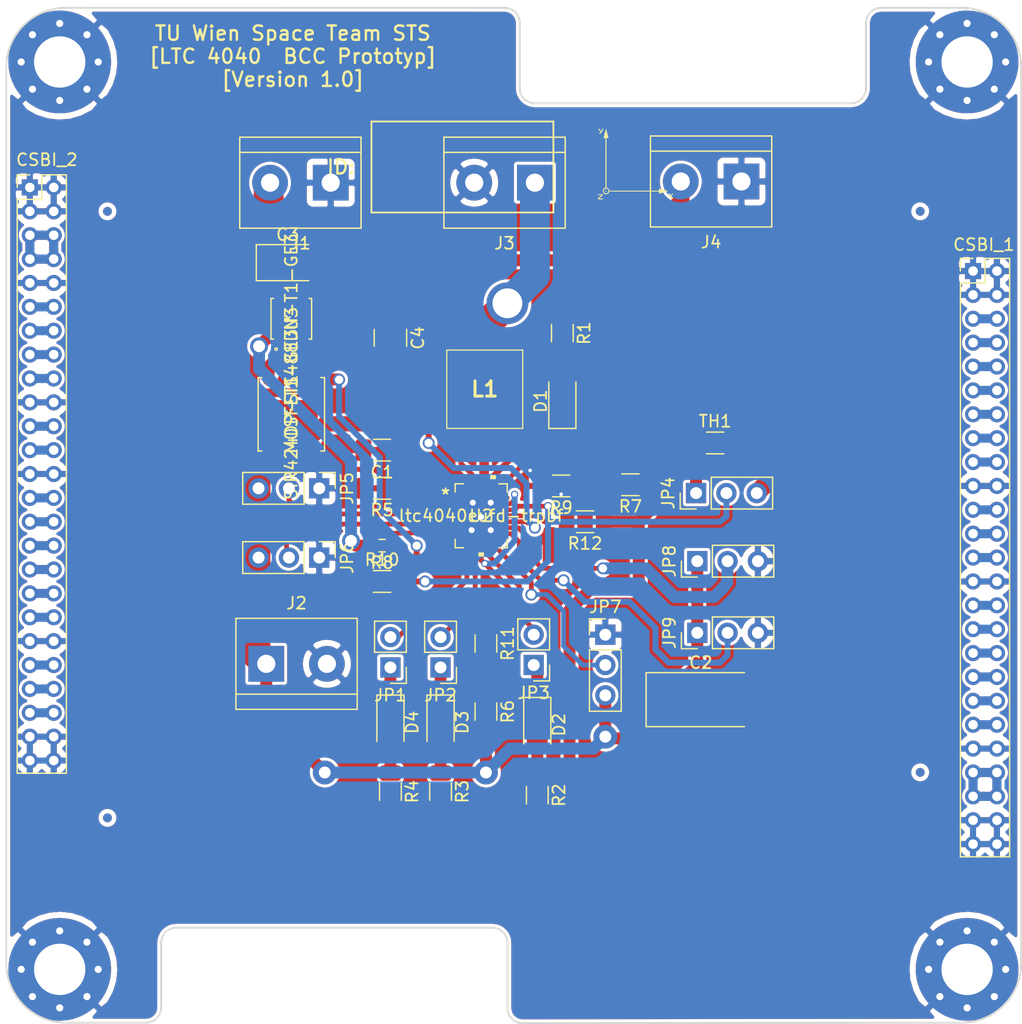
<source format=kicad_pcb>
(kicad_pcb (version 20171130) (host pcbnew "(5.1.10)-1")
  (title_block (rev BCC_LTC_4040_Holzapfel_Clemens))
  (layers (0 F.Cu signal) (1 In1.Cu power hide) (2 In2.Cu mixed) (31 B.Cu signal) (34 B.Paste user) (35 F.Paste user hide) (36 B.SilkS user) (37 F.SilkS user) (38 B.Mask user hide) (39 F.Mask user hide) (44 Edge.Cuts user))
  (net 0 "")
  (net 1 GND)
  (net 2 /STS1_connector/EDU_SPI_6)
  (net 3 /STS1_connector/EDU_SPI_5)
  (net 4 /STS1_connector/EDU_SPI_4)
  (net 5 /STS1_connector/EDU_SPI_3)
  (net 6 /STS1_connector/EDU_SPI_2)
  (net 7 /STS1_connector/EDU_SPI_1)
  (net 8 /STS1_connector/EDU_UPDATE)
  (net 9 /STS1_connector/EDU_EN)
  (net 10 /STS1_connector/UART_COBC_EDU_2)
  (net 11 /STS1_connector/UART_COBC_EDU_1)
  (net 12 /STS1_connector/EDU_Heartbeat)
  (net 13 VBUS)
  (net 14 /STS1_connector/COBC_SPI_6)
  (net 15 /STS1_connector/COBC_SPI_5)
  (net 16 /STS1_connector/COBC_SPI_4)
  (net 17 /STS1_connector/COBC_SPI_3)
  (net 18 /STS1_connector/COBC_SPI_2)
  (net 19 /STS1_connector/COBC_SPI_1)
  (net 20 /STS1_connector/EPS_CHARGING)
  (net 21 /STS1_connector/EPS_ANT_DEPLOYED)
  (net 22 /STS1_connector/EPS_BAT_GOOD)
  (net 23 /STS1_connector/UCI_COBC_3V3)
  (net 24 /STS1_connector/UCI_COBC_UART_2)
  (net 25 /STS1_connector/UCI_COBC_UART_1)
  (net 26 "Net-(CSBI_1-Pad11)")
  (net 27 "Net-(CSBI_2-Pad11)")
  (net 28 VSS)
  (net 29 +5V)
  (net 30 BAT+)
  (net 31 "Net-(CSBI_1-Pad10)")
  (net 32 "Net-(CSBI_1-Pad7)")
  (net 33 "Net-(CSBI_1-Pad5)")
  (net 34 "Net-(CSBI_2-Pad45)")
  (net 35 "Net-(CSBI_2-Pad43)")
  (net 36 "Net-(CSBI_2-Pad41)")
  (net 37 "Net-(D1-Pad2)")
  (net 38 "Net-(D1-Pad1)")
  (net 39 "Net-(D2-Pad2)")
  (net 40 "Net-(D2-Pad1)")
  (net 41 "Net-(D3-Pad2)")
  (net 42 "Net-(D3-Pad1)")
  (net 43 "Net-(D4-Pad2)")
  (net 44 "Net-(D4-Pad1)")
  (net 45 "Net-(J4-Pad2)")
  (net 46 "Net-(JP1-Pad2)")
  (net 47 "Net-(JP2-Pad2)")
  (net 48 "Net-(JP3-Pad2)")
  (net 49 "Net-(JP4-Pad2)")
  (net 50 "Net-(JP4-Pad1)")
  (net 51 "Net-(JP5-Pad2)")
  (net 52 "Net-(JP6-Pad2)")
  (net 53 "Net-(JP7-Pad2)")
  (net 54 "Net-(JP8-Pad2)")
  (net 55 "Net-(JP9-Pad2)")
  (net 56 "Net-(L1-Pad1)")
  (net 57 "Net-(MOSFET1-Pad4)")
  (net 58 "Net-(MOSFET1-Pad1)")
  (net 59 "Net-(R5-Pad1)")
  (net 60 "Net-(R11-Pad2)")
  (net 61 "Net-(R7-Pad2)")
  (net 62 VDD)
  (net 63 "Net-(R12-Pad2)")
  (net 64 "Net-(U2-Pad3)")
  (module Capacitor_SMD:C_1210_3225Metric_Pad1.33x2.70mm_HandSolder (layer F.Cu) (at 147.07 69.45 270)
    (fp_text reference C4 (at 0 -2.3 90) (layer F.SilkS))
    (fp_text value 10µF)
    (pad 2 smd roundrect (at 1.5625 0 270) (size 1.325 2.7) (layers F.Cu F.Paste F.Mask) (roundrect_rratio 0.188679) (net 1 GND))
    (pad 1 smd roundrect (at -1.5625 0 270) (size 1.325 2.7) (layers F.Cu F.Paste F.Mask) (roundrect_rratio 0.188679) (net 30 BAT+))
  )
  (module XAL6030-222MEB:XAL6030182MEB (layer F.Cu) (at 154.97 73.75 180)
    (fp_text reference L1 (at 0 0) (layer F.SilkS) (effects (font (size 1.27 1.27) (thickness 0.254))))
    (fp_text value XAL6030-222MEB hide)
    (pad 2 smd rect (at 2.02 0 180) (size 1.43 5.5) (layers F.Cu F.Paste F.Mask) (net 30 BAT+))
    (pad 1 smd rect (at -2.02 0 180) (size 1.43 5.5) (layers F.Cu F.Paste F.Mask) (net 56 "Net-(L1-Pad1)"))
  )
  (module SiS488DN:SIS488DN-T1-GE3 (layer F.Cu) (at 138.77 67.85 270)
    (fp_text reference U3 (at 0 0 90) (layer F.SilkS))
    (fp_text value SIS488DN-T1-GE3 (at 0 0 90) (layer F.SilkS))
    (fp_poly (pts (xy -1.141197 -1.1176) (xy 0.255803 -1.1176) (xy 0.255803 -1.7018) (xy 0.586003 -1.7018) (xy 0.586003 1.7018) (xy 0.255803 1.7018) (xy 0.255803 1.1176) (xy -1.141197 1.1176)) (layer F.Cu) (width 0.1))
    (fp_text user * (at 0 0 90) (layer F.SilkS))
    (pad 4 smd rect (at 1.572999 -0.974999 270) (size 0.8636 0.3556) (layers F.Cu F.Paste F.Mask) (net 57 "Net-(MOSFET1-Pad4)"))
    (pad 3 smd rect (at 1.572999 -0.325001 270) (size 0.8636 0.3556) (layers F.Cu F.Paste F.Mask) (net 62 VDD))
    (pad 2 smd rect (at 1.572999 0.325001 270) (size 0.8636 0.3556) (layers F.Cu F.Paste F.Mask) (net 62 VDD))
    (pad 1 smd rect (at 1.572999 0.974999 270) (size 0.8636 0.3556) (layers F.Cu F.Paste F.Mask) (net 62 VDD))
    (pad 8 smd rect (at -1.572999 0.974999 270) (size 0.8636 0.3556) (layers F.Cu F.Paste F.Mask) (net 29 +5V))
    (pad 7 smd rect (at -1.572999 0.325001 270) (size 0.8636 0.3556) (layers F.Cu F.Paste F.Mask) (net 29 +5V))
    (pad 6 smd rect (at -1.572999 -0.325001 270) (size 0.8636 0.3556) (layers F.Cu F.Paste F.Mask) (net 29 +5V))
    (pad 5 smd rect (at -1.572999 -0.974999 270) (size 0.8636 0.3556) (layers F.Cu F.Paste F.Mask) (net 29 +5V))
  )
  (module Resistor_SMD:R_1206_3216Metric_Pad1.30x1.75mm_HandSolder (layer F.Cu) (at 159.37 107.75 270)
    (fp_text reference R2 (at 0 -1.82 90) (layer F.SilkS))
    (fp_text value 150)
    (pad 2 smd roundrect (at 1.55 0 270) (size 1.3 1.75) (layers F.Cu F.Paste F.Mask) (roundrect_rratio 0.192308) (net 29 +5V))
    (pad 1 smd roundrect (at -1.55 0 270) (size 1.3 1.75) (layers F.Cu F.Paste F.Mask) (roundrect_rratio 0.192308) (net 39 "Net-(D2-Pad2)"))
  )
  (module LED_SMD:LED_1206_3216Metric (layer F.Cu) (at 159.37 101.85 270)
    (fp_text reference D2 (at 0 -1.82 90) (layer F.SilkS))
    (fp_text value SMD_LED)
    (pad 2 smd roundrect (at 1.4 0 270) (size 1.25 1.75) (layers F.Cu F.Paste F.Mask) (roundrect_rratio 0.2) (net 39 "Net-(D2-Pad2)"))
    (pad 1 smd roundrect (at -1.4 0 270) (size 1.25 1.75) (layers F.Cu F.Paste F.Mask) (roundrect_rratio 0.2) (net 40 "Net-(D2-Pad1)"))
  )
  (module LTC4040_neu_2:ltc4040eufd-trpbf (layer F.Cu) (at 154.67 84.35)
    (fp_text reference U2 (at 0 0) (layer F.SilkS))
    (fp_text value ltc4040eufd-trpbf (at 0 0) (layer F.SilkS))
    (fp_text user * (at -2.9898 -1.75) (layer F.SilkS))
    (fp_text user * (at -2.9898 -1.75) (layer F.SilkS))
    (pad 25 smd rect (at 0 0) (size 2.75 3.75) (layers F.Cu F.Mask) (net 1 GND))
    (pad 24 smd rect (at -1.000001 -2.4524) (size 0.3 0.8048) (layers F.Cu F.Paste F.Mask) (net 28 VSS))
    (pad 23 smd rect (at -0.499999 -2.4524) (size 0.3 0.8048) (layers F.Cu F.Paste F.Mask) (net 30 BAT+))
    (pad 22 smd rect (at 0 -2.4524) (size 0.3 0.8048) (layers F.Cu F.Paste F.Mask) (net 56 "Net-(L1-Pad1)"))
    (pad 21 smd rect (at 0.499999 -2.4524) (size 0.3 0.8048) (layers F.Cu F.Paste F.Mask) (net 56 "Net-(L1-Pad1)"))
    (pad 20 smd rect (at 1.000001 -2.4524) (size 0.3 0.8048) (layers F.Cu F.Paste F.Mask) (net 38 "Net-(D1-Pad1)"))
    (pad 19 smd rect (at 1.952399 -1.5 90) (size 0.3 0.8048) (layers F.Cu F.Paste F.Mask) (net 61 "Net-(R7-Pad2)"))
    (pad 18 smd rect (at 1.952399 -1.000001 90) (size 0.3 0.8048) (layers F.Cu F.Paste F.Mask) (net 60 "Net-(R11-Pad2)"))
    (pad 17 smd rect (at 1.952399 -0.499999 90) (size 0.3 0.8048) (layers F.Cu F.Paste F.Mask) (net 49 "Net-(JP4-Pad2)"))
    (pad 16 smd rect (at 1.952399 0 90) (size 0.3 0.8048) (layers F.Cu F.Paste F.Mask) (net 63 "Net-(R12-Pad2)"))
    (pad 15 smd rect (at 1.952399 0.499999 90) (size 0.3 0.8048) (layers F.Cu F.Paste F.Mask) (net 57 "Net-(MOSFET1-Pad4)"))
    (pad 14 smd rect (at 1.952399 1.000001 90) (size 0.3 0.8048) (layers F.Cu F.Paste F.Mask) (net 54 "Net-(JP8-Pad2)"))
    (pad 13 smd rect (at 1.952399 1.5 90) (size 0.3 0.8048) (layers F.Cu F.Paste F.Mask) (net 55 "Net-(JP9-Pad2)"))
    (pad 12 smd rect (at 1.000001 2.4524) (size 0.3 0.8048) (layers F.Cu F.Paste F.Mask) (net 53 "Net-(JP7-Pad2)"))
    (pad 11 smd rect (at 0.499999 2.4524) (size 0.3 0.8048) (layers F.Cu F.Paste F.Mask) (net 48 "Net-(JP3-Pad2)"))
    (pad 10 smd rect (at 0 2.4524) (size 0.3 0.8048) (layers F.Cu F.Paste F.Mask) (net 60 "Net-(R11-Pad2)"))
    (pad 9 smd rect (at -0.499999 2.4524) (size 0.3 0.8048) (layers F.Cu F.Paste F.Mask) (net 47 "Net-(JP2-Pad2)"))
    (pad 8 smd rect (at -1.000001 2.4524) (size 0.3 0.8048) (layers F.Cu F.Paste F.Mask) (net 46 "Net-(JP1-Pad2)"))
    (pad 7 smd rect (at -1.952399 1.5 90) (size 0.3 0.8048) (layers F.Cu F.Paste F.Mask) (net 58 "Net-(MOSFET1-Pad1)"))
    (pad 6 smd rect (at -1.952399 1.000001 90) (size 0.3 0.8048) (layers F.Cu F.Paste F.Mask) (net 62 VDD))
    (pad 5 smd rect (at -1.952399 0.499999 90) (size 0.3 0.8048) (layers F.Cu F.Paste F.Mask) (net 52 "Net-(JP6-Pad2)"))
    (pad 4 smd rect (at -1.952399 0 90) (size 0.3 0.8048) (layers F.Cu F.Paste F.Mask) (net 51 "Net-(JP5-Pad2)"))
    (pad 3 smd rect (at -1.952399 -0.499999 90) (size 0.3 0.8048) (layers F.Cu F.Paste F.Mask) (net 64 "Net-(U2-Pad3)"))
    (pad 2 smd rect (at -1.952399 -1.000001 90) (size 0.3 0.8048) (layers F.Cu F.Paste F.Mask) (net 59 "Net-(R5-Pad1)"))
    (pad 1 smd rect (at -1.952399 -1.5 90) (size 0.3 0.8048) (layers F.Cu F.Paste F.Mask) (net 28 VSS))
  )
  (module Resistor_SMD:R_1206_3216Metric_Pad1.30x1.75mm_HandSolder (layer F.Cu) (at 174.27 78.25)
    (fp_text reference TH1 (at 0 -1.82) (layer F.SilkS))
    (fp_text value Thermistor_NTC_10k)
    (pad 2 smd roundrect (at 1.55 0) (size 1.3 1.75) (layers F.Cu F.Paste F.Mask) (roundrect_rratio 0.192308) (net 1 GND))
    (pad 1 smd roundrect (at -1.55 0) (size 1.3 1.75) (layers F.Cu F.Paste F.Mask) (roundrect_rratio 0.192308) (net 50 "Net-(JP4-Pad1)"))
  )
  (module Resistor_SMD:R_1206_3216Metric_Pad1.30x1.75mm_HandSolder (layer F.Cu) (at 163.37 84.85 180)
    (fp_text reference R12 (at 0 -1.82) (layer F.SilkS))
    (fp_text value 6,2k)
    (pad 2 smd roundrect (at 1.55 0 180) (size 1.3 1.75) (layers F.Cu F.Paste F.Mask) (roundrect_rratio 0.192308) (net 63 "Net-(R12-Pad2)"))
    (pad 1 smd roundrect (at -1.55 0 180) (size 1.3 1.75) (layers F.Cu F.Paste F.Mask) (roundrect_rratio 0.192308) (net 29 +5V))
  )
  (module Resistor_SMD:R_1206_3216Metric_Pad1.30x1.75mm_HandSolder (layer F.Cu) (at 155.07 95.05 270)
    (fp_text reference R11 (at 0 -1.82 90) (layer F.SilkS))
    (fp_text value 324k)
    (pad 2 smd roundrect (at 1.55 0 270) (size 1.3 1.75) (layers F.Cu F.Paste F.Mask) (roundrect_rratio 0.192308) (net 60 "Net-(R11-Pad2)"))
    (pad 1 smd roundrect (at -1.55 0 270) (size 1.3 1.75) (layers F.Cu F.Paste F.Mask) (roundrect_rratio 0.192308) (net 1 GND))
  )
  (module Resistor_SMD:R_1206_3216Metric_Pad1.30x1.75mm_HandSolder (layer F.Cu) (at 146.37 89.85)
    (fp_text reference R10 (at 0 -1.82) (layer F.SilkS))
    (fp_text value 10k)
    (pad 2 smd roundrect (at 1.55 0) (size 1.3 1.75) (layers F.Cu F.Paste F.Mask) (roundrect_rratio 0.192308) (net 49 "Net-(JP4-Pad2)"))
    (pad 1 smd roundrect (at -1.55 0) (size 1.3 1.75) (layers F.Cu F.Paste F.Mask) (roundrect_rratio 0.192308) (net 62 VDD))
  )
  (module Resistor_SMD:R_1206_3216Metric_Pad1.30x1.75mm_HandSolder (layer F.Cu) (at 161.37 81.85 180)
    (fp_text reference R9 (at 0 -1.82) (layer F.SilkS))
    (fp_text value 60,4k)
    (pad 2 smd roundrect (at 1.55 0 180) (size 1.3 1.75) (layers F.Cu F.Paste F.Mask) (roundrect_rratio 0.192308) (net 1 GND))
    (pad 1 smd roundrect (at -1.55 0 180) (size 1.3 1.75) (layers F.Cu F.Paste F.Mask) (roundrect_rratio 0.192308) (net 61 "Net-(R7-Pad2)"))
  )
  (module Resistor_SMD:R_0603_1608Metric_Pad0.98x0.95mm_HandSolder (layer F.Cu) (at 146.37 86.85 180)
    (fp_text reference R8 (at 0 -1.43) (layer F.SilkS))
    (fp_text value 10m)
    (pad 2 smd roundrect (at 0.9125 0 180) (size 0.975 0.95) (layers F.Cu F.Paste F.Mask) (net 62 VDD))
    (pad 1 smd roundrect (at -0.9125 0 180) (size 0.975 0.95) (layers F.Cu F.Paste F.Mask) (net 58 "Net-(MOSFET1-Pad1)"))
  )
  (module Resistor_SMD:R_1206_3216Metric_Pad1.30x1.75mm_HandSolder (layer F.Cu) (at 167.17 81.75 180)
    (fp_text reference R7 (at 0 -1.82) (layer F.SilkS))
    (fp_text value 178k)
    (pad 2 smd roundrect (at 1.55 0 180) (size 1.3 1.75) (layers F.Cu F.Paste F.Mask) (roundrect_rratio 0.192308) (net 61 "Net-(R7-Pad2)"))
    (pad 1 smd roundrect (at -1.55 0 180) (size 1.3 1.75) (layers F.Cu F.Paste F.Mask) (roundrect_rratio 0.192308) (net 29 +5V))
  )
  (module Resistor_SMD:R_1206_3216Metric_Pad1.30x1.75mm_HandSolder (layer F.Cu) (at 155.07 100.75 270)
    (fp_text reference R6 (at 0 -1.82 90) (layer F.SilkS))
    (fp_text value 1700k)
    (pad 2 smd roundrect (at 1.55 0 270) (size 1.3 1.75) (layers F.Cu F.Paste F.Mask) (roundrect_rratio 0.192308) (net 28 VSS))
    (pad 1 smd roundrect (at -1.55 0 270) (size 1.3 1.75) (layers F.Cu F.Paste F.Mask) (roundrect_rratio 0.192308) (net 60 "Net-(R11-Pad2)"))
  )
  (module Resistor_SMD:R_1206_3216Metric_Pad1.30x1.75mm_HandSolder (layer F.Cu) (at 146.37 82.05 180)
    (fp_text reference R5 (at 0 -1.82) (layer F.SilkS))
    (fp_text value 1,33k)
    (pad 2 smd roundrect (at 1.55 0 180) (size 1.3 1.75) (layers F.Cu F.Paste F.Mask) (roundrect_rratio 0.192308) (net 1 GND))
    (pad 1 smd roundrect (at -1.55 0 180) (size 1.3 1.75) (layers F.Cu F.Paste F.Mask) (roundrect_rratio 0.192308) (net 59 "Net-(R5-Pad1)"))
  )
  (module Resistor_SMD:R_1206_3216Metric_Pad1.30x1.75mm_HandSolder (layer F.Cu) (at 147.07 107.45 270)
    (fp_text reference R4 (at 0 -1.82 90) (layer F.SilkS))
    (fp_text value 150)
    (pad 2 smd roundrect (at 1.55 0 270) (size 1.3 1.75) (layers F.Cu F.Paste F.Mask) (roundrect_rratio 0.192308) (net 29 +5V))
    (pad 1 smd roundrect (at -1.55 0 270) (size 1.3 1.75) (layers F.Cu F.Paste F.Mask) (roundrect_rratio 0.192308) (net 43 "Net-(D4-Pad2)"))
  )
  (module Resistor_SMD:R_1206_3216Metric_Pad1.30x1.75mm_HandSolder (layer F.Cu) (at 151.27 107.45 270)
    (fp_text reference R3 (at 0 -1.82 90) (layer F.SilkS))
    (fp_text value 150)
    (pad 2 smd roundrect (at 1.55 0 270) (size 1.3 1.75) (layers F.Cu F.Paste F.Mask) (roundrect_rratio 0.192308) (net 29 +5V))
    (pad 1 smd roundrect (at -1.55 0 270) (size 1.3 1.75) (layers F.Cu F.Paste F.Mask) (roundrect_rratio 0.192308) (net 41 "Net-(D3-Pad2)"))
  )
  (module Resistor_SMD:R_1206_3216Metric_Pad1.30x1.75mm_HandSolder (layer F.Cu) (at 161.47 69.05 270)
    (fp_text reference R1 (at 0 -1.82 90) (layer F.SilkS))
    (fp_text value 150)
    (pad 2 smd roundrect (at 1.55 0 270) (size 1.3 1.75) (layers F.Cu F.Paste F.Mask) (roundrect_rratio 0.192308) (net 37 "Net-(D1-Pad2)"))
    (pad 1 smd roundrect (at -1.55 0 270) (size 1.3 1.75) (layers F.Cu F.Paste F.Mask) (roundrect_rratio 0.192308) (net 29 +5V))
  )
  (module "SIR 424DP-T1_GE3:SIR424DP-T1-GE3" (layer F.Cu) (at 138.77 75.85 270)
    (fp_text reference MOSFET1 (at 0 0 90) (layer F.SilkS))
    (fp_text value SIR424DP-T1-GE3 (at 0 0 90) (layer F.SilkS))
    (fp_poly (pts (xy -1.143 -2.159) (xy 2.413 -2.159) (xy 2.413 2.159) (xy -1.143 2.159)) (layer F.Cu) (width 0.1))
    (fp_text user * (at 0 0 90) (layer F.SilkS))
    (pad 8 smd rect (at 2.921 -1.905 270) (size 1.016 0.4572) (layers F.Cu F.Paste F.Mask) (net 28 VSS))
    (pad 7 smd rect (at 2.921 -0.635 270) (size 1.016 0.4572) (layers F.Cu F.Paste F.Mask) (net 28 VSS))
    (pad 6 smd rect (at 2.921 0.635 270) (size 1.016 0.4572) (layers F.Cu F.Paste F.Mask) (net 28 VSS))
    (pad 5 smd rect (at 2.921 1.905 270) (size 1.016 0.4572) (layers F.Cu F.Paste F.Mask) (net 28 VSS))
    (pad 4 smd rect (at -2.921 1.905 270) (size 1.016 0.4572) (layers F.Cu F.Paste F.Mask) (net 57 "Net-(MOSFET1-Pad4)"))
    (pad 3 smd rect (at -2.921 0.635 270) (size 1.016 0.4572) (layers F.Cu F.Paste F.Mask) (net 58 "Net-(MOSFET1-Pad1)"))
    (pad 2 smd rect (at -2.921 -0.635 270) (size 1.016 0.4572) (layers F.Cu F.Paste F.Mask) (net 58 "Net-(MOSFET1-Pad1)"))
    (pad 1 smd rect (at -2.921 -1.905 270) (size 1.016 0.4572) (layers F.Cu F.Paste F.Mask) (net 58 "Net-(MOSFET1-Pad1)"))
  )
  (module Connector_PinHeader_2.54mm:PinHeader_1x03_P2.54mm_Vertical (layer F.Cu) (at 172.77 94.15 90)
    (fp_text reference JP9 (at 0 -2.33 90) (layer F.SilkS))
    (fp_text value Jumper_3_Bridged12)
    (pad 3 thru_hole oval (at 0 5.08 90) (size 1.7 1.7) (drill 1) (layers *.Cu *.Mask) (net 1 GND))
    (pad 2 thru_hole oval (at 0 2.54 90) (size 1.7 1.7) (drill 1) (layers *.Cu *.Mask) (net 55 "Net-(JP9-Pad2)"))
    (pad 1 thru_hole rect (at 0 0 90) (size 1.7 1.7) (drill 1) (layers *.Cu *.Mask) (net 28 VSS))
  )
  (module Connector_PinHeader_2.54mm:PinHeader_1x03_P2.54mm_Vertical (layer F.Cu) (at 172.77 88.15 90)
    (fp_text reference JP8 (at 0 -2.33 90) (layer F.SilkS))
    (fp_text value Jumper_3_Bridged12)
    (pad 3 thru_hole oval (at 0 5.08 90) (size 1.7 1.7) (drill 1) (layers *.Cu *.Mask) (net 1 GND))
    (pad 2 thru_hole oval (at 0 2.54 90) (size 1.7 1.7) (drill 1) (layers *.Cu *.Mask) (net 54 "Net-(JP8-Pad2)"))
    (pad 1 thru_hole rect (at 0 0 90) (size 1.7 1.7) (drill 1) (layers *.Cu *.Mask) (net 28 VSS))
  )
  (module Connector_PinHeader_2.54mm:PinHeader_1x03_P2.54mm_Vertical (layer F.Cu) (at 165.07 94.31)
    (fp_text reference JP7 (at 0 -2.33) (layer F.SilkS))
    (fp_text value Jumper_3_Bridged12)
    (pad 3 thru_hole oval (at 0 5.08) (size 1.7 1.7) (drill 1) (layers *.Cu *.Mask) (net 28 VSS))
    (pad 2 thru_hole oval (at 0 2.54) (size 1.7 1.7) (drill 1) (layers *.Cu *.Mask) (net 53 "Net-(JP7-Pad2)"))
    (pad 1 thru_hole rect (at 0 0) (size 1.7 1.7) (drill 1) (layers *.Cu *.Mask) (net 1 GND))
  )
  (module Connector_PinHeader_2.54mm:PinHeader_1x03_P2.54mm_Vertical (layer F.Cu) (at 141.11 87.85 270)
    (fp_text reference JP6 (at 0 -2.33 90) (layer F.SilkS))
    (fp_text value Jumper_3_Bridged12)
    (pad 3 thru_hole oval (at 0 5.08 270) (size 1.7 1.7) (drill 1) (layers *.Cu *.Mask) (net 28 VSS))
    (pad 2 thru_hole oval (at 0 2.54 270) (size 1.7 1.7) (drill 1) (layers *.Cu *.Mask) (net 52 "Net-(JP6-Pad2)"))
    (pad 1 thru_hole rect (at 0 0 270) (size 1.7 1.7) (drill 1) (layers *.Cu *.Mask) (net 1 GND))
  )
  (module Connector_PinHeader_2.54mm:PinHeader_1x03_P2.54mm_Vertical (layer F.Cu) (at 141.11 82.05 270)
    (fp_text reference JP5 (at 0 -2.33 90) (layer F.SilkS))
    (fp_text value Jumper_3_Bridged12)
    (pad 3 thru_hole oval (at 0 5.08 270) (size 1.7 1.7) (drill 1) (layers *.Cu *.Mask) (net 28 VSS))
    (pad 2 thru_hole oval (at 0 2.54 270) (size 1.7 1.7) (drill 1) (layers *.Cu *.Mask) (net 51 "Net-(JP5-Pad2)"))
    (pad 1 thru_hole rect (at 0 0 270) (size 1.7 1.7) (drill 1) (layers *.Cu *.Mask) (net 1 GND))
  )
  (module Connector_PinHeader_2.54mm:PinHeader_1x03_P2.54mm_Vertical (layer F.Cu) (at 172.67 82.45 90)
    (fp_text reference JP4 (at 0 -2.33 90) (layer F.SilkS))
    (fp_text value Jumper_3_Bridged12)
    (pad 3 thru_hole oval (at 0 5.08 90) (size 1.7 1.7) (drill 1) (layers *.Cu *.Mask) (net 45 "Net-(J4-Pad2)"))
    (pad 2 thru_hole oval (at 0 2.54 90) (size 1.7 1.7) (drill 1) (layers *.Cu *.Mask) (net 49 "Net-(JP4-Pad2)"))
    (pad 1 thru_hole rect (at 0 0 90) (size 1.7 1.7) (drill 1) (layers *.Cu *.Mask) (net 50 "Net-(JP4-Pad1)"))
  )
  (module Connector_PinHeader_2.54mm:PinHeader_1x02_P2.54mm_Vertical (layer F.Cu) (at 159.07 96.85 180)
    (fp_text reference JP3 (at 0 -2.33) (layer F.SilkS))
    (fp_text value Jumper_2_Bridged)
    (pad 2 thru_hole oval (at 0 2.54 180) (size 1.7 1.7) (drill 1) (layers *.Cu *.Mask) (net 48 "Net-(JP3-Pad2)"))
    (pad 1 thru_hole rect (at 0 0 180) (size 1.7 1.7) (drill 1) (layers *.Cu *.Mask) (net 40 "Net-(D2-Pad1)"))
  )
  (module Connector_PinHeader_2.54mm:PinHeader_1x02_P2.54mm_Vertical (layer F.Cu) (at 151.27 97.05 180)
    (fp_text reference JP2 (at 0 -2.33) (layer F.SilkS))
    (fp_text value Jumper_2_Bridged)
    (pad 2 thru_hole oval (at 0 2.54 180) (size 1.7 1.7) (drill 1) (layers *.Cu *.Mask) (net 47 "Net-(JP2-Pad2)"))
    (pad 1 thru_hole rect (at 0 0 180) (size 1.7 1.7) (drill 1) (layers *.Cu *.Mask) (net 42 "Net-(D3-Pad1)"))
  )
  (module Connector_PinHeader_2.54mm:PinHeader_1x02_P2.54mm_Vertical (layer F.Cu) (at 147.07 97.05 180)
    (fp_text reference JP1 (at 0 -2.33) (layer F.SilkS))
    (fp_text value Jumper_2_Bridged)
    (pad 2 thru_hole oval (at 0 2.54 180) (size 1.7 1.7) (drill 1) (layers *.Cu *.Mask) (net 46 "Net-(JP1-Pad2)"))
    (pad 1 thru_hole rect (at 0 0 180) (size 1.7 1.7) (drill 1) (layers *.Cu *.Mask) (net 44 "Net-(D4-Pad1)"))
  )
  (module TerminalBlock:TerminalBlock_bornier-2_P5.08mm (layer F.Cu) (at 176.47 56.35 180)
    (fp_text reference J4 (at 2.54 -5.08) (layer F.SilkS))
    (fp_text value Screw_Terminal_01x02)
    (pad 2 thru_hole circle (at 5.08 0 180) (size 3 3) (drill 1.52) (layers *.Cu *.Mask) (net 45 "Net-(J4-Pad2)"))
    (pad 1 thru_hole rect (at 0 0 180) (size 3 3) (drill 1.52) (layers *.Cu *.Mask) (net 1 GND))
  )
  (module TerminalBlock:TerminalBlock_bornier-2_P5.08mm (layer F.Cu) (at 159.17 56.45 180)
    (fp_text reference J3 (at 2.54 -5.08) (layer F.SilkS))
    (fp_text value Battery_Anschluss)
    (pad 2 thru_hole circle (at 5.08 0 180) (size 3 3) (drill 1.52) (layers *.Cu *.Mask) (net 1 GND))
    (pad 1 thru_hole rect (at 0 0 180) (size 3 3) (drill 1.52) (layers *.Cu *.Mask) (net 30 BAT+))
  )
  (module TerminalBlock:TerminalBlock_bornier-2_P5.08mm (layer F.Cu) (at 136.67 96.75)
    (fp_text reference J2 (at 2.54 -5.08) (layer F.SilkS))
    (fp_text value BCC_Ausgang)
    (pad 2 thru_hole circle (at 5.08 0) (size 3 3) (drill 1.52) (layers *.Cu *.Mask) (net 1 GND))
    (pad 1 thru_hole rect (at 0 0) (size 3 3) (drill 1.52) (layers *.Cu *.Mask) (net 28 VSS))
  )
  (module TerminalBlock:TerminalBlock_bornier-2_P5.08mm (layer F.Cu) (at 142.07 56.45 180)
    (fp_text reference J1 (at 2.54 -5.08) (layer F.SilkS))
    (fp_text value SCC_Eingang)
    (pad 2 thru_hole circle (at 5.08 0 180) (size 3 3) (drill 1.52) (layers *.Cu *.Mask) (net 29 +5V))
    (pad 1 thru_hole rect (at 0 0 180) (size 3 3) (drill 1.52) (layers *.Cu *.Mask) (net 1 GND))
  )
  (module LED_SMD:LED_1206_3216Metric (layer F.Cu) (at 147.07 101.65 270)
    (fp_text reference D4 (at 0 -1.82 90) (layer F.SilkS))
    (fp_text value SMD_LED)
    (pad 2 smd roundrect (at 1.4 0 270) (size 1.25 1.75) (layers F.Cu F.Paste F.Mask) (roundrect_rratio 0.2) (net 43 "Net-(D4-Pad2)"))
    (pad 1 smd roundrect (at -1.4 0 270) (size 1.25 1.75) (layers F.Cu F.Paste F.Mask) (roundrect_rratio 0.2) (net 44 "Net-(D4-Pad1)"))
  )
  (module LED_SMD:LED_1206_3216Metric (layer F.Cu) (at 151.27 101.65 270)
    (fp_text reference D3 (at 0 -1.82 90) (layer F.SilkS))
    (fp_text value SMD_LED)
    (pad 2 smd roundrect (at 1.4 0 270) (size 1.25 1.75) (layers F.Cu F.Paste F.Mask) (roundrect_rratio 0.2) (net 41 "Net-(D3-Pad2)"))
    (pad 1 smd roundrect (at -1.4 0 270) (size 1.25 1.75) (layers F.Cu F.Paste F.Mask) (roundrect_rratio 0.2) (net 42 "Net-(D3-Pad1)"))
  )
  (module LED_SMD:LED_1206_3216Metric (layer F.Cu) (at 161.47 74.75 90)
    (fp_text reference D1 (at 0 -1.82 90) (layer F.SilkS))
    (fp_text value SMD_LED)
    (pad 2 smd roundrect (at 1.4 0 90) (size 1.25 1.75) (layers F.Cu F.Paste F.Mask) (roundrect_rratio 0.2) (net 37 "Net-(D1-Pad2)"))
    (pad 1 smd roundrect (at -1.4 0 90) (size 1.25 1.75) (layers F.Cu F.Paste F.Mask) (roundrect_rratio 0.2) (net 38 "Net-(D1-Pad1)"))
  )
  (module Capacitor_Tantalum_SMD:CP_EIA-3528-21_Kemet-B_Pad1.50x2.35mm_HandSolder (layer F.Cu) (at 138.47 63.15)
    (fp_text reference C3 (at 0 -2.35) (layer F.SilkS))
    (fp_text value 2,2µF)
    (pad 2 smd roundrect (at 1.625 0) (size 1.5 2.35) (layers F.Cu F.Paste F.Mask) (roundrect_rratio 0.166667) (net 1 GND))
    (pad 1 smd roundrect (at -1.625 0) (size 1.5 2.35) (layers F.Cu F.Paste F.Mask) (roundrect_rratio 0.166667) (net 29 +5V))
  )
  (module Capacitor_Tantalum_SMD:CP_EIA-7343-15_Kemet-W_Pad2.25x2.55mm_HandSolder (layer F.Cu) (at 173.07 99.75)
    (fp_text reference C2 (at 0 -3.1) (layer F.SilkS))
    (fp_text value 100µF)
    (pad 2 smd roundrect (at 3.2 0) (size 2.25 2.55) (layers F.Cu F.Paste F.Mask) (roundrect_rratio 0.111111) (net 1 GND))
    (pad 1 smd roundrect (at -3.2 0) (size 2.25 2.55) (layers F.Cu F.Paste F.Mask) (roundrect_rratio 0.111111) (net 28 VSS))
  )
  (module Capacitor_SMD:C_1206_3216Metric_Pad1.33x1.80mm_HandSolder (layer F.Cu) (at 146.37 78.85 180)
    (fp_text reference C1 (at 0 -1.85) (layer F.SilkS))
    (fp_text value 0,1µF)
    (pad 2 smd roundrect (at 1.5625 0 180) (size 1.325 1.8) (layers F.Cu F.Paste F.Mask) (roundrect_rratio 0.188679) (net 1 GND))
    (pad 1 smd roundrect (at -1.5625 0 180) (size 1.325 1.8) (layers F.Cu F.Paste F.Mask) (roundrect_rratio 0.188679) (net 28 VSS))
  )
  (module STS:Coordinates (layer F.Cu) (at 167.59854 54.88636)
    (fp_text reference U1 hide)
    (fp_text value coordinate_system hide)
  )
  (module Fiducial:Fiducial_0.75mm_Mask1.5mm (layer B.Cu) (at 123.37 109.65)
    (fp_text reference FID8 hide)
    (fp_text value Fiducial)
    (pad "" smd circle (at 0 0) (size 0.75 0.75) (layers B.Cu B.Mask) (clearance 0.375))
  )
  (module Fiducial:Fiducial_0.75mm_Mask1.5mm (layer B.Cu) (at 191.442 105.84)
    (fp_text reference FID7 hide)
    (fp_text value Fiducial)
    (pad "" smd circle (at 0 0) (size 0.75 0.75) (layers B.Cu B.Mask) (clearance 0.375))
  )
  (module Fiducial:Fiducial_0.75mm_Mask1.5mm (layer B.Cu) (at 191.442 58.85)
    (fp_text reference FID6 hide)
    (fp_text value Fiducial)
    (pad "" smd circle (at 0 0) (size 0.75 0.75) (layers B.Cu B.Mask) (clearance 0.375))
  )
  (module Fiducial:Fiducial_0.75mm_Mask1.5mm (layer B.Cu) (at 123.37 58.85)
    (fp_text reference FID5 hide)
    (fp_text value Fiducial)
    (pad "" smd circle (at 0 0) (size 0.75 0.75) (layers B.Cu B.Mask) (clearance 0.375))
  )
  (module Connector_PinHeader_2.00mm:PinHeader_2x25_P2.00mm_Vertical (layer F.Cu) (at 195.87 63.85)
    (fp_text reference CSBI_1 (at 0.906 -2.206) (layer F.SilkS))
    (fp_text value Conn_02x25_Odd_Even)
    (pad 50 thru_hole oval (at 2 48) (size 1.35 1.35) (drill 0.8) (layers *.Cu *.Mask) (net 1 GND))
    (pad 49 thru_hole oval (at 0 48) (size 1.35 1.35) (drill 0.8) (layers *.Cu *.Mask) (net 1 GND))
    (pad 48 thru_hole oval (at 2 46) (size 1.35 1.35) (drill 0.8) (layers *.Cu *.Mask) (net 1 GND))
    (pad 47 thru_hole oval (at 0 46) (size 1.35 1.35) (drill 0.8) (layers *.Cu *.Mask) (net 1 GND))
    (pad 46 thru_hole oval (at 2 44) (size 1.35 1.35) (drill 0.8) (layers *.Cu *.Mask) (net 13 VBUS))
    (pad 45 thru_hole oval (at 0 44) (size 1.35 1.35) (drill 0.8) (layers *.Cu *.Mask) (net 13 VBUS))
    (pad 44 thru_hole oval (at 2 42) (size 1.35 1.35) (drill 0.8) (layers *.Cu *.Mask) (net 13 VBUS))
    (pad 43 thru_hole oval (at 0 42) (size 1.35 1.35) (drill 0.8) (layers *.Cu *.Mask) (net 13 VBUS))
    (pad 42 thru_hole oval (at 2 40) (size 1.35 1.35) (drill 0.8) (layers *.Cu *.Mask) (net 1 GND))
    (pad 41 thru_hole oval (at 0 40) (size 1.35 1.35) (drill 0.8) (layers *.Cu *.Mask) (net 1 GND))
    (pad 40 thru_hole oval (at 2 38) (size 1.35 1.35) (drill 0.8) (layers *.Cu *.Mask) (net 14 /STS1_connector/COBC_SPI_6))
    (pad 39 thru_hole oval (at 0 38) (size 1.35 1.35) (drill 0.8) (layers *.Cu *.Mask) (net 14 /STS1_connector/COBC_SPI_6))
    (pad 38 thru_hole oval (at 2 36) (size 1.35 1.35) (drill 0.8) (layers *.Cu *.Mask) (net 15 /STS1_connector/COBC_SPI_5))
    (pad 37 thru_hole oval (at 0 36) (size 1.35 1.35) (drill 0.8) (layers *.Cu *.Mask) (net 15 /STS1_connector/COBC_SPI_5))
    (pad 36 thru_hole oval (at 2 34) (size 1.35 1.35) (drill 0.8) (layers *.Cu *.Mask) (net 16 /STS1_connector/COBC_SPI_4))
    (pad 35 thru_hole oval (at 0 34) (size 1.35 1.35) (drill 0.8) (layers *.Cu *.Mask) (net 16 /STS1_connector/COBC_SPI_4))
    (pad 34 thru_hole oval (at 2 32) (size 1.35 1.35) (drill 0.8) (layers *.Cu *.Mask) (net 17 /STS1_connector/COBC_SPI_3))
    (pad 33 thru_hole oval (at 0 32) (size 1.35 1.35) (drill 0.8) (layers *.Cu *.Mask) (net 17 /STS1_connector/COBC_SPI_3))
    (pad 32 thru_hole oval (at 2 30) (size 1.35 1.35) (drill 0.8) (layers *.Cu *.Mask) (net 18 /STS1_connector/COBC_SPI_2))
    (pad 31 thru_hole oval (at 0 30) (size 1.35 1.35) (drill 0.8) (layers *.Cu *.Mask) (net 18 /STS1_connector/COBC_SPI_2))
    (pad 30 thru_hole oval (at 2 28) (size 1.35 1.35) (drill 0.8) (layers *.Cu *.Mask) (net 19 /STS1_connector/COBC_SPI_1))
    (pad 29 thru_hole oval (at 0 28) (size 1.35 1.35) (drill 0.8) (layers *.Cu *.Mask) (net 19 /STS1_connector/COBC_SPI_1))
    (pad 28 thru_hole oval (at 2 26) (size 1.35 1.35) (drill 0.8) (layers *.Cu *.Mask) (net 1 GND))
    (pad 27 thru_hole oval (at 0 26) (size 1.35 1.35) (drill 0.8) (layers *.Cu *.Mask) (net 1 GND))
    (pad 26 thru_hole oval (at 2 24) (size 1.35 1.35) (drill 0.8) (layers *.Cu *.Mask) (net 20 /STS1_connector/EPS_CHARGING))
    (pad 25 thru_hole oval (at 0 24) (size 1.35 1.35) (drill 0.8) (layers *.Cu *.Mask) (net 20 /STS1_connector/EPS_CHARGING))
    (pad 24 thru_hole oval (at 2 22) (size 1.35 1.35) (drill 0.8) (layers *.Cu *.Mask) (net 21 /STS1_connector/EPS_ANT_DEPLOYED))
    (pad 23 thru_hole oval (at 0 22) (size 1.35 1.35) (drill 0.8) (layers *.Cu *.Mask) (net 21 /STS1_connector/EPS_ANT_DEPLOYED))
    (pad 22 thru_hole oval (at 2 20) (size 1.35 1.35) (drill 0.8) (layers *.Cu *.Mask) (net 22 /STS1_connector/EPS_BAT_GOOD))
    (pad 21 thru_hole oval (at 0 20) (size 1.35 1.35) (drill 0.8) (layers *.Cu *.Mask) (net 22 /STS1_connector/EPS_BAT_GOOD))
    (pad 20 thru_hole oval (at 2 18) (size 1.35 1.35) (drill 0.8) (layers *.Cu *.Mask) (net 1 GND))
    (pad 19 thru_hole oval (at 0 18) (size 1.35 1.35) (drill 0.8) (layers *.Cu *.Mask) (net 1 GND))
    (pad 18 thru_hole oval (at 2 16) (size 1.35 1.35) (drill 0.8) (layers *.Cu *.Mask) (net 23 /STS1_connector/UCI_COBC_3V3))
    (pad 17 thru_hole oval (at 0 16) (size 1.35 1.35) (drill 0.8) (layers *.Cu *.Mask) (net 23 /STS1_connector/UCI_COBC_3V3))
    (pad 16 thru_hole oval (at 2 14) (size 1.35 1.35) (drill 0.8) (layers *.Cu *.Mask) (net 24 /STS1_connector/UCI_COBC_UART_2))
    (pad 15 thru_hole oval (at 0 14) (size 1.35 1.35) (drill 0.8) (layers *.Cu *.Mask) (net 24 /STS1_connector/UCI_COBC_UART_2))
    (pad 14 thru_hole oval (at 2 12) (size 1.35 1.35) (drill 0.8) (layers *.Cu *.Mask) (net 25 /STS1_connector/UCI_COBC_UART_1))
    (pad 13 thru_hole oval (at 0 12) (size 1.35 1.35) (drill 0.8) (layers *.Cu *.Mask) (net 25 /STS1_connector/UCI_COBC_UART_1))
    (pad 12 thru_hole oval (at 2 10) (size 1.35 1.35) (drill 0.8) (layers *.Cu *.Mask) (net 26 "Net-(CSBI_1-Pad11)"))
    (pad 11 thru_hole oval (at 0 10) (size 1.35 1.35) (drill 0.8) (layers *.Cu *.Mask) (net 26 "Net-(CSBI_1-Pad11)"))
    (pad 10 thru_hole oval (at 2 8) (size 1.35 1.35) (drill 0.8) (layers *.Cu *.Mask) (net 31 "Net-(CSBI_1-Pad10)"))
    (pad 9 thru_hole oval (at 0 8) (size 1.35 1.35) (drill 0.8) (layers *.Cu *.Mask) (net 31 "Net-(CSBI_1-Pad10)"))
    (pad 8 thru_hole oval (at 2 6) (size 1.35 1.35) (drill 0.8) (layers *.Cu *.Mask) (net 32 "Net-(CSBI_1-Pad7)"))
    (pad 7 thru_hole oval (at 0 6) (size 1.35 1.35) (drill 0.8) (layers *.Cu *.Mask) (net 32 "Net-(CSBI_1-Pad7)"))
    (pad 6 thru_hole oval (at 2 4) (size 1.35 1.35) (drill 0.8) (layers *.Cu *.Mask) (net 33 "Net-(CSBI_1-Pad5)"))
    (pad 5 thru_hole oval (at 0 4) (size 1.35 1.35) (drill 0.8) (layers *.Cu *.Mask) (net 33 "Net-(CSBI_1-Pad5)"))
    (pad 4 thru_hole oval (at 2 2) (size 1.35 1.35) (drill 0.8) (layers *.Cu *.Mask) (net 1 GND))
    (pad 3 thru_hole oval (at 0 2) (size 1.35 1.35) (drill 0.8) (layers *.Cu *.Mask) (net 1 GND))
    (pad 2 thru_hole oval (at 2 0) (size 1.35 1.35) (drill 0.8) (layers *.Cu *.Mask) (net 1 GND))
    (pad 1 thru_hole rect (at 0 0) (size 1.35 1.35) (drill 0.8) (layers *.Cu *.Mask) (net 1 GND))
  )
  (module Connector_PinHeader_2.00mm:PinHeader_2x25_P2.00mm_Vertical (layer F.Cu) (at 116.87 56.85)
    (fp_text reference CSBI_2 (at 1.42 -2.318) (layer F.SilkS))
    (fp_text value Conn_02x25_Odd_Even)
    (pad 50 thru_hole oval (at 2 48) (size 1.35 1.35) (drill 0.8) (layers *.Cu *.Mask) (net 1 GND))
    (pad 49 thru_hole oval (at 0 48) (size 1.35 1.35) (drill 0.8) (layers *.Cu *.Mask) (net 1 GND))
    (pad 48 thru_hole oval (at 2 46) (size 1.35 1.35) (drill 0.8) (layers *.Cu *.Mask) (net 1 GND))
    (pad 47 thru_hole oval (at 0 46) (size 1.35 1.35) (drill 0.8) (layers *.Cu *.Mask) (net 1 GND))
    (pad 46 thru_hole oval (at 2 44) (size 1.35 1.35) (drill 0.8) (layers *.Cu *.Mask) (net 34 "Net-(CSBI_2-Pad45)"))
    (pad 45 thru_hole oval (at 0 44) (size 1.35 1.35) (drill 0.8) (layers *.Cu *.Mask) (net 34 "Net-(CSBI_2-Pad45)"))
    (pad 44 thru_hole oval (at 2 42) (size 1.35 1.35) (drill 0.8) (layers *.Cu *.Mask) (net 35 "Net-(CSBI_2-Pad43)"))
    (pad 43 thru_hole oval (at 0 42) (size 1.35 1.35) (drill 0.8) (layers *.Cu *.Mask) (net 35 "Net-(CSBI_2-Pad43)"))
    (pad 42 thru_hole oval (at 2 40) (size 1.35 1.35) (drill 0.8) (layers *.Cu *.Mask) (net 36 "Net-(CSBI_2-Pad41)"))
    (pad 41 thru_hole oval (at 0 40) (size 1.35 1.35) (drill 0.8) (layers *.Cu *.Mask) (net 36 "Net-(CSBI_2-Pad41)"))
    (pad 40 thru_hole oval (at 2 38) (size 1.35 1.35) (drill 0.8) (layers *.Cu *.Mask) (net 1 GND))
    (pad 39 thru_hole oval (at 0 38) (size 1.35 1.35) (drill 0.8) (layers *.Cu *.Mask) (net 1 GND))
    (pad 38 thru_hole oval (at 2 36) (size 1.35 1.35) (drill 0.8) (layers *.Cu *.Mask) (net 2 /STS1_connector/EDU_SPI_6))
    (pad 37 thru_hole oval (at 0 36) (size 1.35 1.35) (drill 0.8) (layers *.Cu *.Mask) (net 2 /STS1_connector/EDU_SPI_6))
    (pad 36 thru_hole oval (at 2 34) (size 1.35 1.35) (drill 0.8) (layers *.Cu *.Mask) (net 3 /STS1_connector/EDU_SPI_5))
    (pad 35 thru_hole oval (at 0 34) (size 1.35 1.35) (drill 0.8) (layers *.Cu *.Mask) (net 3 /STS1_connector/EDU_SPI_5))
    (pad 34 thru_hole oval (at 2 32) (size 1.35 1.35) (drill 0.8) (layers *.Cu *.Mask) (net 4 /STS1_connector/EDU_SPI_4))
    (pad 33 thru_hole oval (at 0 32) (size 1.35 1.35) (drill 0.8) (layers *.Cu *.Mask) (net 4 /STS1_connector/EDU_SPI_4))
    (pad 32 thru_hole oval (at 2 30) (size 1.35 1.35) (drill 0.8) (layers *.Cu *.Mask) (net 5 /STS1_connector/EDU_SPI_3))
    (pad 31 thru_hole oval (at 0 30) (size 1.35 1.35) (drill 0.8) (layers *.Cu *.Mask) (net 5 /STS1_connector/EDU_SPI_3))
    (pad 30 thru_hole oval (at 2 28) (size 1.35 1.35) (drill 0.8) (layers *.Cu *.Mask) (net 6 /STS1_connector/EDU_SPI_2))
    (pad 29 thru_hole oval (at 0 28) (size 1.35 1.35) (drill 0.8) (layers *.Cu *.Mask) (net 6 /STS1_connector/EDU_SPI_2))
    (pad 28 thru_hole oval (at 2 26) (size 1.35 1.35) (drill 0.8) (layers *.Cu *.Mask) (net 7 /STS1_connector/EDU_SPI_1))
    (pad 27 thru_hole oval (at 0 26) (size 1.35 1.35) (drill 0.8) (layers *.Cu *.Mask) (net 7 /STS1_connector/EDU_SPI_1))
    (pad 26 thru_hole oval (at 2 24) (size 1.35 1.35) (drill 0.8) (layers *.Cu *.Mask) (net 1 GND))
    (pad 25 thru_hole oval (at 0 24) (size 1.35 1.35) (drill 0.8) (layers *.Cu *.Mask) (net 1 GND))
    (pad 24 thru_hole oval (at 2 22) (size 1.35 1.35) (drill 0.8) (layers *.Cu *.Mask) (net 8 /STS1_connector/EDU_UPDATE))
    (pad 23 thru_hole oval (at 0 22) (size 1.35 1.35) (drill 0.8) (layers *.Cu *.Mask) (net 8 /STS1_connector/EDU_UPDATE))
    (pad 22 thru_hole oval (at 2 20) (size 1.35 1.35) (drill 0.8) (layers *.Cu *.Mask) (net 9 /STS1_connector/EDU_EN))
    (pad 21 thru_hole oval (at 0 20) (size 1.35 1.35) (drill 0.8) (layers *.Cu *.Mask) (net 9 /STS1_connector/EDU_EN))
    (pad 20 thru_hole oval (at 2 18) (size 1.35 1.35) (drill 0.8) (layers *.Cu *.Mask) (net 1 GND))
    (pad 19 thru_hole oval (at 0 18) (size 1.35 1.35) (drill 0.8) (layers *.Cu *.Mask) (net 1 GND))
    (pad 18 thru_hole oval (at 2 16) (size 1.35 1.35) (drill 0.8) (layers *.Cu *.Mask) (net 10 /STS1_connector/UART_COBC_EDU_2))
    (pad 17 thru_hole oval (at 0 16) (size 1.35 1.35) (drill 0.8) (layers *.Cu *.Mask) (net 10 /STS1_connector/UART_COBC_EDU_2))
    (pad 16 thru_hole oval (at 2 14) (size 1.35 1.35) (drill 0.8) (layers *.Cu *.Mask) (net 11 /STS1_connector/UART_COBC_EDU_1))
    (pad 15 thru_hole oval (at 0 14) (size 1.35 1.35) (drill 0.8) (layers *.Cu *.Mask) (net 11 /STS1_connector/UART_COBC_EDU_1))
    (pad 14 thru_hole oval (at 2 12) (size 1.35 1.35) (drill 0.8) (layers *.Cu *.Mask) (net 12 /STS1_connector/EDU_Heartbeat))
    (pad 13 thru_hole oval (at 0 12) (size 1.35 1.35) (drill 0.8) (layers *.Cu *.Mask) (net 12 /STS1_connector/EDU_Heartbeat))
    (pad 12 thru_hole oval (at 2 10) (size 1.35 1.35) (drill 0.8) (layers *.Cu *.Mask) (net 27 "Net-(CSBI_2-Pad11)"))
    (pad 11 thru_hole oval (at 0 10) (size 1.35 1.35) (drill 0.8) (layers *.Cu *.Mask) (net 27 "Net-(CSBI_2-Pad11)"))
    (pad 10 thru_hole oval (at 2 8) (size 1.35 1.35) (drill 0.8) (layers *.Cu *.Mask) (net 1 GND))
    (pad 9 thru_hole oval (at 0 8) (size 1.35 1.35) (drill 0.8) (layers *.Cu *.Mask) (net 1 GND))
    (pad 8 thru_hole oval (at 2 6) (size 1.35 1.35) (drill 0.8) (layers *.Cu *.Mask) (net 13 VBUS))
    (pad 7 thru_hole oval (at 0 6) (size 1.35 1.35) (drill 0.8) (layers *.Cu *.Mask) (net 13 VBUS))
    (pad 6 thru_hole oval (at 2 4) (size 1.35 1.35) (drill 0.8) (layers *.Cu *.Mask) (net 13 VBUS))
    (pad 5 thru_hole oval (at 0 4) (size 1.35 1.35) (drill 0.8) (layers *.Cu *.Mask) (net 13 VBUS))
    (pad 4 thru_hole oval (at 2 2) (size 1.35 1.35) (drill 0.8) (layers *.Cu *.Mask) (net 1 GND))
    (pad 3 thru_hole oval (at 0 2) (size 1.35 1.35) (drill 0.8) (layers *.Cu *.Mask) (net 1 GND))
    (pad 2 thru_hole oval (at 2 0) (size 1.35 1.35) (drill 0.8) (layers *.Cu *.Mask) (net 1 GND))
    (pad 1 thru_hole rect (at 0 0) (size 1.35 1.35) (drill 0.8) (layers *.Cu *.Mask) (net 1 GND))
  )
  (module MountingHole:MountingHole_4.3mm_M4_Pad_Via (layer F.Cu) (at 195.37 122.34)
    (fp_text reference H4 hide)
    (fp_text value MountingHole_Pad hide)
    (pad 1 thru_hole circle (at 2.280419 -2.280419) (size 0.9 0.9) (drill 0.6) (layers *.Cu *.Mask) (net 1 GND))
    (pad 1 thru_hole circle (at 0 -3.225) (size 0.9 0.9) (drill 0.6) (layers *.Cu *.Mask) (net 1 GND))
    (pad 1 thru_hole circle (at -2.280419 -2.280419) (size 0.9 0.9) (drill 0.6) (layers *.Cu *.Mask) (net 1 GND))
    (pad 1 thru_hole circle (at -3.225 0) (size 0.9 0.9) (drill 0.6) (layers *.Cu *.Mask) (net 1 GND))
    (pad 1 thru_hole circle (at -2.280419 2.280419) (size 0.9 0.9) (drill 0.6) (layers *.Cu *.Mask) (net 1 GND))
    (pad 1 thru_hole circle (at 0 3.225) (size 0.9 0.9) (drill 0.6) (layers *.Cu *.Mask) (net 1 GND))
    (pad 1 thru_hole circle (at 2.280419 2.280419) (size 0.9 0.9) (drill 0.6) (layers *.Cu *.Mask) (net 1 GND))
    (pad 1 thru_hole circle (at 3.225 0) (size 0.9 0.9) (drill 0.6) (layers *.Cu *.Mask) (net 1 GND))
    (pad 1 thru_hole circle (at 0 0) (size 8.6 8.6) (drill 4.3) (layers *.Cu *.Mask) (net 1 GND))
  )
  (module MountingHole:MountingHole_4.3mm_M4_Pad_Via (layer F.Cu) (at 119.37 122.34)
    (fp_text reference H3 hide)
    (fp_text value MountingHole_Pad hide)
    (pad 1 thru_hole circle (at 2.280419 -2.280419) (size 0.9 0.9) (drill 0.6) (layers *.Cu *.Mask) (net 1 GND))
    (pad 1 thru_hole circle (at 0 -3.225) (size 0.9 0.9) (drill 0.6) (layers *.Cu *.Mask) (net 1 GND))
    (pad 1 thru_hole circle (at -2.280419 -2.280419) (size 0.9 0.9) (drill 0.6) (layers *.Cu *.Mask) (net 1 GND))
    (pad 1 thru_hole circle (at -3.225 0) (size 0.9 0.9) (drill 0.6) (layers *.Cu *.Mask) (net 1 GND))
    (pad 1 thru_hole circle (at -2.280419 2.280419) (size 0.9 0.9) (drill 0.6) (layers *.Cu *.Mask) (net 1 GND))
    (pad 1 thru_hole circle (at 0 3.225) (size 0.9 0.9) (drill 0.6) (layers *.Cu *.Mask) (net 1 GND))
    (pad 1 thru_hole circle (at 2.280419 2.280419) (size 0.9 0.9) (drill 0.6) (layers *.Cu *.Mask) (net 1 GND))
    (pad 1 thru_hole circle (at 3.225 0) (size 0.9 0.9) (drill 0.6) (layers *.Cu *.Mask) (net 1 GND))
    (pad 1 thru_hole circle (at 0 0) (size 8.6 8.6) (drill 4.3) (layers *.Cu *.Mask) (net 1 GND))
  )
  (module MountingHole:MountingHole_4.3mm_M4_Pad_Via (layer F.Cu) (at 195.37 46.34)
    (fp_text reference H2 hide)
    (fp_text value MountingHole_Pad hide)
    (pad 1 thru_hole circle (at 2.280419 -2.280419) (size 0.9 0.9) (drill 0.6) (layers *.Cu *.Mask) (net 1 GND))
    (pad 1 thru_hole circle (at 0 -3.225) (size 0.9 0.9) (drill 0.6) (layers *.Cu *.Mask) (net 1 GND))
    (pad 1 thru_hole circle (at -2.280419 -2.280419) (size 0.9 0.9) (drill 0.6) (layers *.Cu *.Mask) (net 1 GND))
    (pad 1 thru_hole circle (at -3.225 0) (size 0.9 0.9) (drill 0.6) (layers *.Cu *.Mask) (net 1 GND))
    (pad 1 thru_hole circle (at -2.280419 2.280419) (size 0.9 0.9) (drill 0.6) (layers *.Cu *.Mask) (net 1 GND))
    (pad 1 thru_hole circle (at 0 3.225) (size 0.9 0.9) (drill 0.6) (layers *.Cu *.Mask) (net 1 GND))
    (pad 1 thru_hole circle (at 2.280419 2.280419) (size 0.9 0.9) (drill 0.6) (layers *.Cu *.Mask) (net 1 GND))
    (pad 1 thru_hole circle (at 3.225 0) (size 0.9 0.9) (drill 0.6) (layers *.Cu *.Mask) (net 1 GND))
    (pad 1 thru_hole circle (at 0 0) (size 8.6 8.6) (drill 4.3) (layers *.Cu *.Mask) (net 1 GND))
  )
  (module MountingHole:MountingHole_4.3mm_M4_Pad_Via (layer F.Cu) (at 119.37 46.34)
    (fp_text reference H1 hide)
    (fp_text value MountingHole_Pad hide)
    (pad 1 thru_hole circle (at 2.280419 -2.280419) (size 0.9 0.9) (drill 0.6) (layers *.Cu *.Mask) (net 1 GND))
    (pad 1 thru_hole circle (at 0 -3.225) (size 0.9 0.9) (drill 0.6) (layers *.Cu *.Mask) (net 1 GND))
    (pad 1 thru_hole circle (at -2.280419 -2.280419) (size 0.9 0.9) (drill 0.6) (layers *.Cu *.Mask) (net 1 GND))
    (pad 1 thru_hole circle (at -3.225 0) (size 0.9 0.9) (drill 0.6) (layers *.Cu *.Mask) (net 1 GND))
    (pad 1 thru_hole circle (at -2.280419 2.280419) (size 0.9 0.9) (drill 0.6) (layers *.Cu *.Mask) (net 1 GND))
    (pad 1 thru_hole circle (at 0 3.225) (size 0.9 0.9) (drill 0.6) (layers *.Cu *.Mask) (net 1 GND))
    (pad 1 thru_hole circle (at 2.280419 2.280419) (size 0.9 0.9) (drill 0.6) (layers *.Cu *.Mask) (net 1 GND))
    (pad 1 thru_hole circle (at 3.225 0) (size 0.9 0.9) (drill 0.6) (layers *.Cu *.Mask) (net 1 GND))
    (pad 1 thru_hole circle (at 0 0) (size 8.6 8.6) (drill 4.3) (layers *.Cu *.Mask) (net 1 GND))
  )
  (module Fiducial:Fiducial_0.75mm_Mask1.5mm (layer F.Cu) (at 123.37 58.85)
    (fp_text reference FID4 hide)
    (fp_text value Fiducial)
    (pad "" smd circle (at 0 0) (size 0.75 0.75) (layers F.Cu F.Mask) (clearance 0.375))
  )
  (module Fiducial:Fiducial_0.75mm_Mask1.5mm (layer F.Cu) (at 191.442 105.84)
    (fp_text reference FID3 hide)
    (fp_text value Fiducial)
    (pad "" smd circle (at 0 0) (size 0.75 0.75) (layers F.Cu F.Mask) (clearance 0.375))
  )
  (module Fiducial:Fiducial_0.75mm_Mask1.5mm (layer F.Cu) (at 191.442 58.85)
    (fp_text reference FID2 hide)
    (fp_text value Fiducial)
    (pad "" smd circle (at 0 0) (size 0.75 0.75) (layers F.Cu F.Mask) (clearance 0.375))
  )
  (module Fiducial:Fiducial_0.75mm_Mask1.5mm (layer F.Cu) (at 123.37 109.65)
    (fp_text reference FID1 hide)
    (fp_text value Fiducial)
    (pad "" smd circle (at 0 0) (size 0.75 0.75) (layers F.Cu F.Mask) (clearance 0.375))
  )
  (module Mounting_Holes:MountingHole_3.2mm_M3 (layer F.Cu) (at 195.37 46.34)
    (fp_text reference REF** hide)
    (fp_text value MountingHole_3.2mm_M3 hide)
    (pad 1 np_thru_hole circle (at 0 0) (size 3.2 3.2) (drill 3.2) (layers *.Cu *.Mask))
  )
  (gr_arc (start 129.14 120.12) (end 129.14 118.85) (angle -90) (layer Edge.Cuts) (width 0.15))
  (gr_arc (start 155.6 120.12) (end 156.87 120.12) (angle -90) (layer Edge.Cuts) (width 0.15))
  (gr_arc (start 158.14 125.58) (end 156.87 125.58) (angle -90) (layer Edge.Cuts) (width 0.15))
  (gr_arc (start 126.6 125.53) (end 126.6 126.8) (angle -90) (layer Edge.Cuts) (width 0.15))
  (gr_arc (start 188.17254 43.07636) (end 188.17254 41.80636) (angle -90) (layer Edge.Cuts) (width 0.15))
  (gr_arc (start 156.63254 43.07636) (end 157.90254 43.07636) (angle -90) (layer Edge.Cuts) (width 0.15))
  (gr_arc (start 159.17254 48.53636) (end 157.90254 48.53636) (angle -90) (layer Edge.Cuts) (width 0.15))
  (gr_arc (start 185.63254 48.53636) (end 185.63254 49.80636) (angle -90) (layer Edge.Cuts) (width 0.15))
  (gr_line (start 157.90254 48.53636) (end 157.90254 43.07636) (layer Edge.Cuts) (width 0.15))
  (gr_line (start 185.63254 49.80636) (end 159.17254 49.80636) (layer Edge.Cuts) (width 0.15))
  (gr_line (start 186.90254 43.07636) (end 186.90254 48.53636) (layer Edge.Cuts) (width 0.15))
  (gr_line (start 188.17254 41.80636) (end 194.9 41.8) (layer Edge.Cuts) (width 0.15))
  (gr_line (start 158.14 126.85) (end 194.9 126.8) (layer Edge.Cuts) (width 0.15))
  (gr_line (start 156.87 120.12) (end 156.87 125.58) (layer Edge.Cuts) (width 0.15))
  (gr_line (start 129.14 118.85) (end 155.6 118.85) (layer Edge.Cuts) (width 0.15))
  (gr_line (start 127.87 125.53) (end 127.87 120.12) (layer Edge.Cuts) (width 0.15))
  (gr_arc (start 119.9 46.8) (end 119.9 41.8) (angle -90) (layer Edge.Cuts) (width 0.15))
  (gr_arc (start 194.9 46.8) (end 199.9 46.8) (angle -90) (layer Edge.Cuts) (width 0.15))
  (gr_arc (start 194.9 121.8) (end 194.9 126.8) (angle -90) (layer Edge.Cuts) (width 0.15))
  (gr_arc (start 119.9 121.8) (end 114.9 121.8) (angle -90) (layer Edge.Cuts) (width 0.15))
  (gr_line (start 145.4805 58.9465) (end 145.4805 51.3265) (layer F.SilkS) (width 0.15))
  (gr_line (start 160.7205 58.9465) (end 145.4805 58.9465) (layer F.SilkS) (width 0.15))
  (gr_line (start 160.7205 51.3265) (end 160.7205 58.9465) (layer F.SilkS) (width 0.15))
  (gr_line (start 145.4805 51.3265) (end 160.7205 51.3265) (layer F.SilkS) (width 0.15))
  (gr_text ID: (at 142.9405 55.1365) (layer F.SilkS) (effects (font (size 1.2 1.2) (thickness 0.2))))
  (gr_text "TU Wien Space Team STS\n[LTC 4040  BCC Prototyp]\n[Version 1.0]" (at 138.89654 45.86936) (layer F.SilkS) (effects (font (size 1.2 1.2) (thickness 0.2))))
  (gr_line (start 119.9 126.8) (end 126.6 126.8) (layer Edge.Cuts) (width 0.15))
  (gr_line (start 156.63254 41.80636) (end 119.9 41.8) (layer Edge.Cuts) (width 0.15))
  (gr_line (start 199.9 121.8) (end 199.9 46.8) (layer Edge.Cuts) (width 0.15))
  (gr_line (start 114.9 46.8) (end 114.9 121.8) (layer Edge.Cuts) (width 0.15))
  (via (at 154.67 84.45) (size 0.7) (drill 0.5) (layers F.Cu B.Cu) (net 1))
  (via (at 155.47 85.55) (size 0.7) (drill 0.5) (layers F.Cu B.Cu) (net 1))
  (via (at 153.87 85.55) (size 0.7) (drill 0.5) (layers F.Cu B.Cu) (net 1))
  (via (at 155.47 83.25) (size 0.7) (drill 0.5) (layers F.Cu B.Cu) (net 1))
  (via (at 153.97 83.25) (size 0.7) (drill 0.5) (layers F.Cu B.Cu) (net 1))
  (via (at 158.77 80.55) (size 0.6) (drill 0.3) (layers F.Cu B.Cu) (net 1))
  (via (at 161.37 82.55) (size 0.6) (drill 0.3) (layers F.Cu B.Cu) (net 1))
  (segment (start 116.87 92.85) (end 118.87 92.85) (width 0.762) (layer B.Cu) (net 2))
  (segment (start 116.87 90.85) (end 118.87 90.85) (width 0.762) (layer B.Cu) (net 3))
  (segment (start 116.87 88.85) (end 118.87 88.85) (width 0.762) (layer B.Cu) (net 4))
  (segment (start 116.87 86.85) (end 118.87 86.85) (width 0.762) (layer B.Cu) (net 5))
  (segment (start 116.87 84.85) (end 118.87 84.85) (width 0.762) (layer B.Cu) (net 6))
  (segment (start 116.87 82.85) (end 118.87 82.85) (width 0.762) (layer B.Cu) (net 7))
  (segment (start 116.87 78.85) (end 118.87 78.85) (width 0.762) (layer B.Cu) (net 8))
  (segment (start 116.87 76.85) (end 118.87 76.85) (width 0.762) (layer B.Cu) (net 9))
  (segment (start 116.87 72.85) (end 118.87 72.85) (width 0.762) (layer B.Cu) (net 10))
  (segment (start 116.87 70.85) (end 118.87 70.85) (width 0.762) (layer B.Cu) (net 11))
  (segment (start 116.87 68.85) (end 118.87 68.85) (width 0.762) (layer B.Cu) (net 12))
  (segment (start 116.87 60.85) (end 118.87 60.85) (width 0.762) (layer B.Cu) (net 13))
  (segment (start 116.87 62.85) (end 118.87 62.85) (width 0.762) (layer B.Cu) (net 13))
  (segment (start 116.87 60.85) (end 116.87 62.85) (width 0.762) (layer B.Cu) (net 13))
  (segment (start 118.87 60.85) (end 118.87 62.85) (width 0.762) (layer B.Cu) (net 13))
  (segment (start 195.87 105.85) (end 195.87 107.85) (width 0.762) (layer F.Cu) (net 13))
  (segment (start 195.87 107.85) (end 197.87 107.85) (width 0.762) (layer F.Cu) (net 13))
  (segment (start 197.87 107.85) (end 197.87 105.85) (width 0.762) (layer F.Cu) (net 13))
  (segment (start 195.87 105.85) (end 197.87 105.85) (width 0.762) (layer F.Cu) (net 13))
  (segment (start 195.87 105.85) (end 197.87 105.85) (width 0.762) (layer B.Cu) (net 13))
  (segment (start 195.87 105.85) (end 195.87 107.85) (width 0.762) (layer B.Cu) (net 13))
  (segment (start 195.87 107.85) (end 197.87 107.85) (width 0.762) (layer B.Cu) (net 13))
  (segment (start 197.87 107.85) (end 197.87 105.85) (width 0.762) (layer B.Cu) (net 13))
  (segment (start 116.87 60.85) (end 118.87 60.85) (width 0.762) (layer F.Cu) (net 13))
  (segment (start 116.87 62.85) (end 118.87 62.85) (width 0.762) (layer F.Cu) (net 13))
  (segment (start 116.87 60.85) (end 116.87 62.85) (width 0.762) (layer F.Cu) (net 13))
  (segment (start 118.87 60.85) (end 118.87 62.85) (width 0.762) (layer F.Cu) (net 13))
  (segment (start 197.87 101.85) (end 195.87 101.85) (width 0.762) (layer B.Cu) (net 14))
  (segment (start 197.87 99.85) (end 195.87 99.85) (width 0.762) (layer B.Cu) (net 15))
  (segment (start 197.87 97.85) (end 195.87 97.85) (width 0.762) (layer B.Cu) (net 16))
  (segment (start 197.87 95.85) (end 195.87 95.85) (width 0.762) (layer B.Cu) (net 17))
  (segment (start 197.87 93.85) (end 195.87 93.85) (width 0.762) (layer B.Cu) (net 18))
  (segment (start 197.87 91.85) (end 195.87 91.85) (width 0.762) (layer B.Cu) (net 19))
  (segment (start 197.87 87.85) (end 195.87 87.85) (width 0.762) (layer B.Cu) (net 20))
  (segment (start 197.87 85.85) (end 195.87 85.85) (width 0.762) (layer B.Cu) (net 21))
  (segment (start 197.87 83.85) (end 195.87 83.85) (width 0.762) (layer B.Cu) (net 22))
  (segment (start 197.87 79.85) (end 195.87 79.85) (width 0.762) (layer B.Cu) (net 23))
  (segment (start 197.87 77.85) (end 195.87 77.85) (width 0.762) (layer B.Cu) (net 24))
  (segment (start 197.87 75.85) (end 195.87 75.85) (width 0.762) (layer B.Cu) (net 25))
  (segment (start 197.87 73.85) (end 195.87 73.85) (width 0.762) (layer B.Cu) (net 26))
  (segment (start 116.87 66.85) (end 118.87 66.85) (width 0.762) (layer B.Cu) (net 27))
  (via (at 155.07 105.85) (size 2) (drill 1) (layers F.Cu B.Cu) (net 28))
  (segment (start 165.07 102.99) (end 169.11 102.99) (width 1) (layer F.Cu) (net 28))
  (segment (start 155.07 103.952401) (end 155.07 105.85) (width 1) (layer F.Cu) (net 28))
  (segment (start 155.07 103.952401) (end 155.07 102.3) (width 1) (layer F.Cu) (net 28))
  (segment (start 152.775488 81.85) (end 153.27 81.85) (width 1) (layer F.Cu) (net 28))
  (segment (start 150.87 81.85) (end 152.745678 81.85) (width 1.27) (layer F.Cu) (net 28))
  (segment (start 147.9325 78.9125) (end 150.87 81.85) (width 1.27) (layer F.Cu) (net 28))
  (segment (start 147.9325 78.85) (end 147.9325 78.9125) (width 1) (layer F.Cu) (net 28))
  (segment (start 152.745678 81.85) (end 152.642599 81.953079) (width 1) (layer F.Cu) (net 28))
  (segment (start 152.642599 82.027409) (end 152.642599 82.55) (width 1) (layer F.Cu) (net 28))
  (segment (start 172.77 94.15) (end 172.77 88.15) (width 1) (layer F.Cu) (net 28))
  (segment (start 172.77 94.15) (end 172.77 94.95) (width 0.4) (layer F.Cu) (net 28))
  (segment (start 165.07 101.35) (end 165.07 99.39) (width 1) (layer F.Cu) (net 28))
  (segment (start 165.07 102.85) (end 165.07 101.35) (width 1) (layer F.Cu) (net 28))
  (via (at 165.07 102.85) (size 2) (drill 1) (layers F.Cu B.Cu) (net 28))
  (segment (start 164.07 103.85) (end 165.07 102.85) (width 1) (layer B.Cu) (net 28))
  (segment (start 157.07 103.85) (end 164.07 103.85) (width 1) (layer B.Cu) (net 28))
  (segment (start 155.07 105.85) (end 157.07 103.85) (width 1) (layer B.Cu) (net 28))
  (segment (start 136.865 78.771) (end 140.675 78.771) (width 1) (layer F.Cu) (net 28))
  (segment (start 147.9325 77.9125) (end 147.9325 78.85) (width 1.27) (layer F.Cu) (net 28))
  (segment (start 146.67 76.65) (end 147.9325 77.9125) (width 1.27) (layer F.Cu) (net 28))
  (segment (start 141.57 76.65) (end 146.67 76.65) (width 1.27) (layer F.Cu) (net 28))
  (segment (start 139.949 78.271) (end 141.57 76.65) (width 1.27) (layer F.Cu) (net 28))
  (segment (start 135.77 79.006) (end 135.77 86.35) (width 2.5) (layer F.Cu) (net 28))
  (segment (start 136.505 78.271) (end 135.77 79.006) (width 2.5) (layer F.Cu) (net 28))
  (via (at 141.57 105.850006) (size 2) (drill 1) (layers F.Cu B.Cu) (net 28))
  (segment (start 155.07 105.85) (end 141.570006 105.85) (width 1) (layer B.Cu) (net 28))
  (segment (start 141.570006 105.85) (end 141.57 105.850006) (width 1) (layer B.Cu) (net 28))
  (segment (start 169.77 102.33) (end 169.77 100.05) (width 1) (layer F.Cu) (net 28))
  (segment (start 169.11 102.99) (end 169.77 102.33) (width 1) (layer F.Cu) (net 28))
  (segment (start 172.77 96.85) (end 169.87 99.75) (width 1) (layer F.Cu) (net 28))
  (segment (start 172.77 94.15) (end 172.77 96.85) (width 1) (layer F.Cu) (net 28))
  (segment (start 140.570001 104.850007) (end 141.57 105.850006) (width 1) (layer F.Cu) (net 28))
  (segment (start 137.970007 104.850007) (end 140.570001 104.850007) (width 1) (layer F.Cu) (net 28))
  (segment (start 136.67 103.55) (end 137.970007 104.850007) (width 1) (layer F.Cu) (net 28))
  (segment (start 136.67 96.75) (end 136.67 103.55) (width 1) (layer F.Cu) (net 28))
  (segment (start 135.77 95.85) (end 136.67 96.75) (width 2.5) (layer F.Cu) (net 28))
  (segment (start 135.77 87.01) (end 135.77 95.85) (width 2.5) (layer F.Cu) (net 28))
  (segment (start 164.92 84.85) (end 167.87 84.85) (width 1) (layer F.Cu) (net 29))
  (segment (start 168.72 84) (end 168.72 81.75) (width 1) (layer F.Cu) (net 29))
  (segment (start 167.87 84.85) (end 168.72 84) (width 1) (layer F.Cu) (net 29))
  (segment (start 147.07 109) (end 151.27 109) (width 1) (layer F.Cu) (net 29))
  (segment (start 159.17 109.5) (end 159.37 109.3) (width 1) (layer F.Cu) (net 29))
  (segment (start 138.197001 66.277001) (end 139.744999 66.277001) (width 1) (layer F.Cu) (net 29))
  (segment (start 137.795001 66.277001) (end 138.197001 66.277001) (width 1) (layer F.Cu) (net 29))
  (segment (start 136.29 62.995) (end 137.145 63.85) (width 0.5) (layer F.Cu) (net 29))
  (segment (start 137.795001 66.277001) (end 137.197001 66.277001) (width 0.5) (layer F.Cu) (net 29))
  (segment (start 136.845 65.925) (end 136.845 63.15) (width 2.5) (layer F.Cu) (net 29))
  (segment (start 137.197001 66.277001) (end 136.845 65.925) (width 2.5) (layer F.Cu) (net 29))
  (segment (start 136.87 57.15) (end 136.87 62.995) (width 2.5) (layer F.Cu) (net 29))
  (segment (start 151.62 109.35) (end 151.27 109) (width 1) (layer F.Cu) (net 29))
  (segment (start 162.07 109.35) (end 151.62 109.35) (width 1) (layer F.Cu) (net 29))
  (segment (start 162.07 92.25) (end 162.07 109.35) (width 1) (layer F.Cu) (net 29))
  (segment (start 167.87 90.45) (end 163.87 90.45) (width 1) (layer F.Cu) (net 29))
  (segment (start 163.87 90.45) (end 162.07 92.25) (width 1) (layer F.Cu) (net 29))
  (segment (start 167.87 84.85) (end 167.87 90.45) (width 1) (layer F.Cu) (net 29))
  (segment (start 166.745 79.775) (end 168.72 81.75) (width 1) (layer F.Cu) (net 29))
  (segment (start 164.77 77.8) (end 166.745 79.775) (width 1) (layer F.Cu) (net 29))
  (segment (start 164.77 67.55) (end 164.77 77.8) (width 1) (layer F.Cu) (net 29))
  (segment (start 161.47 67.5) (end 164.77 67.55) (width 1) (layer F.Cu) (net 29))
  (segment (start 164.77 65.15) (end 164.77 67.55) (width 1) (layer F.Cu) (net 29))
  (segment (start 162.57 62.95) (end 164.77 65.15) (width 1) (layer F.Cu) (net 29))
  (segment (start 143.87 62.95) (end 162.57 62.95) (width 1) (layer F.Cu) (net 29))
  (segment (start 140.542999 66.277001) (end 143.87 62.95) (width 1) (layer F.Cu) (net 29))
  (segment (start 139.744999 66.277001) (end 140.542999 66.277001) (width 1) (layer F.Cu) (net 29))
  (segment (start 151.27 67.75) (end 152.12 68.6) (width 2.5) (layer F.Cu) (net 30))
  (segment (start 146.77 67.75) (end 151.27 67.75) (width 2.5) (layer F.Cu) (net 30))
  (segment (start 154.82 68.6) (end 156.87 66.55) (width 2.5) (layer F.Cu) (net 30))
  (segment (start 152.12 68.6) (end 154.82 68.6) (width 2.5) (layer F.Cu) (net 30))
  (segment (start 159.17 64.25) (end 156.87 66.55) (width 2.5) (layer B.Cu) (net 30))
  (segment (start 159.17 56.45) (end 159.17 64.25) (width 2.5) (layer B.Cu) (net 30))
  (via (at 156.87 66.55) (size 3.5) (drill 2.5) (layers F.Cu B.Cu) (net 30))
  (segment (start 152.95 69.43) (end 152.12 68.6) (width 0.2032) (layer F.Cu) (net 30))
  (segment (start 152.95 73.75) (end 152.95 69.43) (width 1.5) (layer F.Cu) (net 30))
  (segment (start 154.170001 81.150001) (end 154.170001 81.8976) (width 0.4) (layer F.Cu) (net 30))
  (segment (start 152.97 79.95) (end 154.170001 81.150001) (width 0.4) (layer F.Cu) (net 30))
  (segment (start 152.97 73.77) (end 152.97 79.95) (width 0.4) (layer F.Cu) (net 30))
  (segment (start 152.95 73.75) (end 152.97 73.77) (width 0.3) (layer F.Cu) (net 30))
  (segment (start 197.87 71.85) (end 195.87 71.85) (width 0.762) (layer B.Cu) (net 31))
  (segment (start 197.87 69.85) (end 195.87 69.85) (width 0.762) (layer B.Cu) (net 32))
  (segment (start 197.87 67.85) (end 195.87 67.85) (width 0.762) (layer B.Cu) (net 33))
  (segment (start 116.87 100.85) (end 118.87 100.85) (width 0.762) (layer B.Cu) (net 34))
  (segment (start 116.87 98.85) (end 118.87 98.85) (width 0.762) (layer B.Cu) (net 35))
  (segment (start 116.87 96.85) (end 118.87 96.85) (width 0.762) (layer B.Cu) (net 36))
  (segment (start 161.47 70.6) (end 161.47 73.35) (width 0.5) (layer F.Cu) (net 37))
  (segment (start 155.7224 81.882379) (end 155.7224 81.8976) (width 0.5) (layer F.Cu) (net 38))
  (segment (start 155.72241 81.882369) (end 155.7224 81.882379) (width 0.5) (layer F.Cu) (net 38))
  (segment (start 155.72241 80.99759) (end 155.72241 81.882369) (width 0.5) (layer F.Cu) (net 38))
  (segment (start 158.87 77.85) (end 155.72241 80.99759) (width 0.5) (layer F.Cu) (net 38))
  (segment (start 159.77 77.85) (end 158.87 77.85) (width 0.5) (layer F.Cu) (net 38))
  (segment (start 161.47 76.15) (end 159.77 77.85) (width 0.5) (layer F.Cu) (net 38))
  (segment (start 159.37 106.2) (end 159.37 103.25) (width 1) (layer F.Cu) (net 39))
  (segment (start 159.37 100.65) (end 159.37 97.35) (width 1) (layer F.Cu) (net 40))
  (segment (start 151.27 105.9) (end 151.27 103.05) (width 1) (layer F.Cu) (net 41))
  (segment (start 151.27 100.25) (end 151.27 97.05) (width 1) (layer F.Cu) (net 42))
  (segment (start 147.07 105.9) (end 147.07 103.05) (width 1) (layer F.Cu) (net 43))
  (segment (start 147.07 100.25) (end 147.07 97.05) (width 1) (layer F.Cu) (net 44))
  (segment (start 178.97 81.23) (end 177.75 82.45) (width 1.5) (layer F.Cu) (net 45))
  (segment (start 178.97 71.45) (end 178.97 81.23) (width 1.5) (layer F.Cu) (net 45))
  (segment (start 171.37 63.85) (end 178.97 71.45) (width 1.5) (layer F.Cu) (net 45))
  (segment (start 171.37 56.43) (end 171.37 63.85) (width 1.5) (layer F.Cu) (net 45))
  (segment (start 153.67 87.6) (end 153.67 86.6) (width 0.4) (layer F.Cu) (net 46))
  (segment (start 153.474799 87.845201) (end 153.67 87.65) (width 0.4) (layer F.Cu) (net 46))
  (segment (start 151.57 91.65) (end 153.47 89.75) (width 0.4) (layer F.Cu) (net 46))
  (segment (start 150.57 91.65) (end 151.57 91.65) (width 0.4) (layer F.Cu) (net 46))
  (segment (start 147.71 94.51) (end 150.57 91.65) (width 0.4) (layer F.Cu) (net 46))
  (segment (start 153.47 89.75) (end 153.47 87.85) (width 0.4) (layer F.Cu) (net 46))
  (segment (start 147.07 94.51) (end 147.71 94.51) (width 0.4) (layer F.Cu) (net 46))
  (segment (start 154.170001 87.489123) (end 154.17 87.489122) (width 0.5) (layer F.Cu) (net 47))
  (segment (start 154.170001 86.589124) (end 154.170001 91.609999) (width 0.4) (layer F.Cu) (net 47))
  (segment (start 152.9 92.88) (end 151.27 94.51) (width 0.4) (layer F.Cu) (net 47))
  (segment (start 154.170001 91.609999) (end 152.9 92.88) (width 0.4) (layer F.Cu) (net 47))
  (segment (start 155.17 86.65) (end 155.17 86.868776) (width 0.4) (layer F.Cu) (net 48))
  (segment (start 155.17 86.9) (end 155.17 87.118776) (width 0.4) (layer F.Cu) (net 48))
  (segment (start 157.87 90.25) (end 155.22241 87.60241) (width 0.4) (layer F.Cu) (net 48))
  (segment (start 157.87 92.65) (end 157.87 90.25) (width 0.4) (layer F.Cu) (net 48))
  (segment (start 159.37 94.15) (end 157.87 92.65) (width 0.4) (layer F.Cu) (net 48))
  (segment (start 155.17 87.35241) (end 155.17 87.15) (width 0.4) (layer F.Cu) (net 48))
  (segment (start 155.17 87.510879) (end 155.17 87.45) (width 0.4) (layer F.Cu) (net 48))
  (via (at 160.27 83.55) (size 0.7) (drill 0.5) (layers F.Cu B.Cu) (net 49))
  (segment (start 147.92 89.85) (end 147.92 90.475) (width 0.5) (layer F.Cu) (net 49))
  (segment (start 157.0756 83.85) (end 156.47 83.85) (width 0.4) (layer F.Cu) (net 49))
  (segment (start 158.47 83.55) (end 160.27 83.55) (width 0.4) (layer F.Cu) (net 49))
  (segment (start 157.77 83.55) (end 158.47 83.55) (width 0.4) (layer F.Cu) (net 49))
  (segment (start 157.47 83.85) (end 157.77 83.55) (width 0.4) (layer F.Cu) (net 49))
  (segment (start 157.312001 83.849999) (end 157.47 83.85) (width 0.4) (layer F.Cu) (net 49))
  (via (at 149.970001 89.85) (size 1) (drill 0.7) (layers F.Cu B.Cu) (net 49))
  (segment (start 158.57 89.85) (end 149.970001 89.85) (width 0.5) (layer B.Cu) (net 49))
  (segment (start 160.27 83.55) (end 160.27 88.15) (width 0.5) (layer B.Cu) (net 49))
  (segment (start 160.27 88.15) (end 158.57 89.85) (width 0.5) (layer B.Cu) (net 49))
  (segment (start 147.92 89.85) (end 149.970001 89.85) (width 0.5) (layer F.Cu) (net 49))
  (segment (start 175.21 84.41) (end 175.21 82.45) (width 0.5) (layer B.Cu) (net 49))
  (segment (start 174.67 84.85) (end 175.21 84.41) (width 0.5) (layer B.Cu) (net 49))
  (segment (start 160.27 84.85) (end 174.67 84.85) (width 0.5) (layer B.Cu) (net 49))
  (segment (start 172.67 78.3) (end 172.72 78.25) (width 1) (layer F.Cu) (net 50))
  (segment (start 172.67 82.45) (end 172.67 78.3) (width 1) (layer F.Cu) (net 50))
  (segment (start 152.77 84.35) (end 152.079611 84.35) (width 0.4) (layer F.Cu) (net 51))
  (segment (start 152.0272 84.297589) (end 152.079611 84.297589) (width 0.4) (layer F.Cu) (net 51))
  (segment (start 151.9272 84.197589) (end 152.0272 84.297589) (width 0.4) (layer F.Cu) (net 51))
  (segment (start 139.71759 84.19759) (end 151.9272 84.197589) (width 0.4) (layer F.Cu) (net 51))
  (segment (start 138.57 83.05) (end 139.71759 84.19759) (width 0.4) (layer F.Cu) (net 51))
  (segment (start 138.57 82.05) (end 138.57 83.05) (width 0.4) (layer F.Cu) (net 51))
  (segment (start 138.37 87.05) (end 138.37 85.95) (width 0.4) (layer F.Cu) (net 52))
  (segment (start 151.940878 84.849999) (end 151.940879 84.85) (width 0.4) (layer F.Cu) (net 52))
  (segment (start 151.07 84.849999) (end 152.840877 84.849999) (width 0.4) (layer F.Cu) (net 52))
  (segment (start 150.240878 84.849999) (end 150.97 84.849999) (width 0.4) (layer F.Cu) (net 52))
  (segment (start 149.97 85.05) (end 150.170001 84.849999) (width 0.4) (layer F.Cu) (net 52))
  (segment (start 139.27 85.05) (end 149.97 85.05) (width 0.4) (layer F.Cu) (net 52))
  (segment (start 138.369999 85.950001) (end 139.27 85.05) (width 0.4) (layer F.Cu) (net 52))
  (segment (start 158.87 89.949999) (end 158.87 90.95) (width 0.4) (layer F.Cu) (net 53))
  (segment (start 158.87 89.949999) (end 155.696201 86.7762) (width 0.4) (layer F.Cu) (net 53))
  (via (at 158.87 90.95) (size 1) (drill 0.7) (layers F.Cu B.Cu) (net 53))
  (segment (start 163.17 96.85) (end 165.07 96.85) (width 0.4) (layer B.Cu) (net 53))
  (segment (start 161.57 95.25) (end 163.17 96.85) (width 0.4) (layer B.Cu) (net 53))
  (segment (start 161.57 92.35) (end 161.57 95.25) (width 0.4) (layer B.Cu) (net 53))
  (segment (start 160.17 90.95) (end 161.57 92.35) (width 0.4) (layer B.Cu) (net 53))
  (segment (start 158.87 90.95) (end 160.17 90.95) (width 0.4) (layer B.Cu) (net 53))
  (segment (start 157.309122 85.350001) (end 157.309121 85.35) (width 0.4) (layer F.Cu) (net 54))
  (segment (start 156.930879 85.350001) (end 156.47 85.350001) (width 0.4) (layer F.Cu) (net 54))
  (via (at 164.87 88.75) (size 1) (drill 0.7) (layers F.Cu B.Cu) (net 54))
  (segment (start 162.17 88.75) (end 164.87 88.75) (width 0.4) (layer F.Cu) (net 54))
  (segment (start 159.77 88.75) (end 162.17 88.75) (width 0.4) (layer F.Cu) (net 54))
  (segment (start 159.37 88.35) (end 159.77 88.75) (width 0.4) (layer F.Cu) (net 54))
  (segment (start 159.37 86.95) (end 159.37 88.35) (width 0.4) (layer F.Cu) (net 54))
  (segment (start 157.770001 85.350001) (end 159.37 86.95) (width 0.4) (layer F.Cu) (net 54))
  (segment (start 156.87 85.350001) (end 157.770001 85.350001) (width 0.4) (layer F.Cu) (net 54))
  (segment (start 168.47 88.75) (end 164.87 88.75) (width 1) (layer B.Cu) (net 54))
  (segment (start 174.17 91.15) (end 170.87 91.15) (width 1) (layer B.Cu) (net 54))
  (segment (start 170.87 91.15) (end 168.47 88.75) (width 1) (layer B.Cu) (net 54))
  (segment (start 174.87 90.45) (end 174.17 91.15) (width 1) (layer B.Cu) (net 54))
  (segment (start 175.27 89.95) (end 174.87 90.45) (width 1) (layer B.Cu) (net 54))
  (segment (start 175.27 89.65) (end 175.27 89.95) (width 1) (layer B.Cu) (net 54))
  (segment (start 175.31 88.15) (end 175.27 89.65) (width 1) (layer B.Cu) (net 54))
  (via (at 161.57 89.75) (size 1) (drill 0.7) (layers F.Cu B.Cu) (net 55))
  (segment (start 161.47 89.75) (end 159.67 89.75) (width 0.4) (layer F.Cu) (net 55))
  (segment (start 159.67 89.75) (end 157.87 87.95) (width 0.4) (layer F.Cu) (net 55))
  (segment (start 157.87 86.55) (end 157.172401 85.852401) (width 0.4) (layer F.Cu) (net 55))
  (segment (start 157.87 87.85) (end 157.87 86.55) (width 0.4) (layer F.Cu) (net 55))
  (segment (start 157.172401 85.85) (end 156.47 85.85) (width 0.4) (layer F.Cu) (net 55))
  (segment (start 169.27 93.75) (end 169.27 95.55) (width 0.5) (layer B.Cu) (net 55))
  (segment (start 167.07 91.55) (end 169.27 93.75) (width 0.5) (layer B.Cu) (net 55))
  (segment (start 163.37 91.55) (end 167.07 91.55) (width 0.5) (layer B.Cu) (net 55))
  (segment (start 161.57 89.75) (end 163.37 91.55) (width 0.5) (layer B.Cu) (net 55))
  (segment (start 174.67 96.65) (end 175.31 96.01) (width 0.5) (layer B.Cu) (net 55))
  (segment (start 170.37 96.65) (end 174.67 96.65) (width 0.5) (layer B.Cu) (net 55))
  (segment (start 175.31 96.01) (end 175.31 94.15) (width 0.5) (layer B.Cu) (net 55))
  (segment (start 169.27 95.55) (end 170.37 96.65) (width 0.5) (layer B.Cu) (net 55))
  (segment (start 154.92 81.518998) (end 154.92 81.85) (width 0.762) (layer F.Cu) (net 56))
  (segment (start 154.92 79.85) (end 154.92 81.55) (width 0.8) (layer F.Cu) (net 56))
  (segment (start 154.92 77.6) (end 154.92 79.85) (width 0.762) (layer F.Cu) (net 56))
  (segment (start 157.07 77.55) (end 156.99 73.75) (width 0.762) (layer F.Cu) (net 56))
  (segment (start 154.92 77.6) (end 157.07 77.55) (width 0.762) (layer F.Cu) (net 56))
  (segment (start 156.87 84.85) (end 156.477106 84.85) (width 0.4) (layer F.Cu) (net 57))
  (segment (start 157.162894 84.85) (end 156.97 84.85) (width 0.4) (layer F.Cu) (net 57))
  (segment (start 157.562894 84.85) (end 157.17 84.85) (width 0.4) (layer F.Cu) (net 57))
  (segment (start 157.962894 84.85) (end 157.57 84.85) (width 0.4) (layer F.Cu) (net 57))
  (segment (start 158.388775 84.85) (end 157.97 84.85) (width 0.4) (layer F.Cu) (net 57))
  (segment (start 158.562894 84.942894) (end 158.52241 84.90241) (width 0.4) (layer F.Cu) (net 57))
  (segment (start 158.47 84.857106) (end 158.47 84.85) (width 0.4) (layer F.Cu) (net 57))
  (segment (start 136.865 72.929) (end 136.865 71.855) (width 1) (layer F.Cu) (net 57))
  (segment (start 136.865 71.855) (end 137.57 71.15) (width 1) (layer F.Cu) (net 57))
  (segment (start 139.925202 70.37672) (end 139.925202 69.422999) (width 1) (layer F.Cu) (net 57))
  (segment (start 139.151922 71.15) (end 139.925202 70.37672) (width 1) (layer F.Cu) (net 57))
  (segment (start 137.57 71.15) (end 139.151922 71.15) (width 1) (layer F.Cu) (net 57))
  (via (at 159.17 85.350002) (size 1) (drill 0.7) (layers F.Cu B.Cu) (net 57))
  (via (at 150.27 78.25) (size 1) (drill 0.7) (layers F.Cu B.Cu) (net 57))
  (segment (start 158.769998 84.95) (end 159.17 85.350002) (width 0.4) (layer F.Cu) (net 57))
  (segment (start 158.562894 84.95) (end 158.769998 84.95) (width 0.4) (layer F.Cu) (net 57))
  (segment (start 158.47 81.65) (end 157.17 80.35) (width 0.5) (layer B.Cu) (net 57))
  (segment (start 159.17 85.350002) (end 158.47 84.650002) (width 0.5) (layer B.Cu) (net 57))
  (segment (start 158.47 84.650002) (end 158.47 81.65) (width 0.5) (layer B.Cu) (net 57))
  (segment (start 157.17 80.35) (end 152.37 80.35) (width 0.5) (layer B.Cu) (net 57))
  (segment (start 152.37 80.35) (end 150.27 78.25) (width 0.5) (layer B.Cu) (net 57))
  (segment (start 143.47 71.25) (end 140.798482 71.25) (width 0.5) (layer F.Cu) (net 57))
  (segment (start 140.798482 71.25) (end 139.925202 70.37672) (width 0.5) (layer F.Cu) (net 57))
  (segment (start 145.77 73.55) (end 143.47 71.25) (width 0.5) (layer F.Cu) (net 57))
  (segment (start 146.37 73.55) (end 145.77 73.55) (width 0.5) (layer F.Cu) (net 57))
  (segment (start 149.07 76.15) (end 146.37 73.55) (width 0.5) (layer F.Cu) (net 57))
  (segment (start 150.27 77.35) (end 149.07 76.15) (width 0.5) (layer F.Cu) (net 57))
  (segment (start 150.27 78.25) (end 150.27 77.35) (width 0.5) (layer F.Cu) (net 57))
  (via (at 142.77 72.95) (size 1) (drill 0.7) (layers F.Cu B.Cu) (net 58))
  (segment (start 152.419989 85.95) (end 152.87 85.95) (width 0.5) (layer F.Cu) (net 58))
  (segment (start 150.17 88.05) (end 152.26759 85.95241) (width 0.5) (layer F.Cu) (net 58))
  (segment (start 147.2825 87.1625) (end 148.17 88.05) (width 0.5) (layer F.Cu) (net 58))
  (segment (start 147.2825 86.85) (end 147.2825 87.1625) (width 0.5) (layer F.Cu) (net 58))
  (segment (start 149.77 88.05) (end 150.17 88.05) (width 0.5) (layer F.Cu) (net 58))
  (segment (start 148.17 88.05) (end 149.77 88.05) (width 0.5) (layer F.Cu) (net 58))
  (segment (start 138.135 72.929) (end 140.675 72.929) (width 1) (layer F.Cu) (net 58))
  (via (at 149.27 86.85) (size 1) (drill 0.7) (layers F.Cu B.Cu) (net 58))
  (segment (start 149.27 87.35) (end 149.27 88.05) (width 0.5) (layer F.Cu) (net 58))
  (segment (start 140.675 72.929) (end 142.749 72.929) (width 1) (layer F.Cu) (net 58))
  (segment (start 146.17 79.45) (end 142.77 76.05) (width 0.5) (layer B.Cu) (net 58))
  (segment (start 142.77 76.05) (end 142.77 72.95) (width 0.5) (layer B.Cu) (net 58))
  (segment (start 146.17 83.75) (end 146.17 79.45) (width 0.5) (layer B.Cu) (net 58))
  (segment (start 149.27 86.85) (end 146.17 83.75) (width 0.5) (layer B.Cu) (net 58))
  (segment (start 150.39808 83.37808) (end 150.27 83.25) (width 0.5) (layer F.Cu) (net 59))
  (segment (start 150.27 83.25) (end 147.92 83.25) (width 0.5) (layer F.Cu) (net 59))
  (segment (start 152.87 83.37808) (end 150.39808 83.37808) (width 0.5) (layer F.Cu) (net 59))
  (segment (start 147.92 83.25) (end 147.92 82.05) (width 0.5) (layer F.Cu) (net 59))
  (segment (start 157.47 82.575736) (end 157.47 83) (width 0.4) (layer F.Cu) (net 60))
  (via (at 157.47 82.55) (size 0.6) (drill 0.4) (layers F.Cu B.Cu) (net 60))
  (segment (start 157.42 83.05) (end 157.196674 83.273326) (width 0.4) (layer F.Cu) (net 60))
  (segment (start 157.067256 83.35) (end 157.061767 83.35) (width 0.4) (layer F.Cu) (net 60))
  (segment (start 156.494264 83.35) (end 156.97 83.35) (width 0.4) (layer F.Cu) (net 60))
  (segment (start 155.07 99.2) (end 155.07 96.6) (width 1) (layer F.Cu) (net 60))
  (segment (start 156.97 90.35) (end 156.17 89.55) (width 0.4) (layer F.Cu) (net 60))
  (segment (start 154.67 87.302411) (end 154.67 86.65) (width 0.4) (layer F.Cu) (net 60))
  (segment (start 154.67 88.110877) (end 154.67 87.35) (width 0.4) (layer F.Cu) (net 60))
  (segment (start 156.97 98.65) (end 156.97 90.35) (width 0.4) (layer F.Cu) (net 60))
  (segment (start 156.17 89.55) (end 154.722411 88.102411) (width 0.4) (layer F.Cu) (net 60))
  (via (at 154.97 88.35) (size 0.6) (drill 0.4) (layers F.Cu B.Cu) (net 60))
  (segment (start 155.77 88.35) (end 154.97 88.35) (width 0.5) (layer B.Cu) (net 60))
  (segment (start 157.37 86.55) (end 155.77 88.35) (width 0.5) (layer B.Cu) (net 60))
  (segment (start 157.47 86.45) (end 157.37 86.55) (width 0.5) (layer B.Cu) (net 60))
  (segment (start 157.47 82.55) (end 157.47 86.35) (width 0.5) (layer B.Cu) (net 60))
  (segment (start 156.42 99.2) (end 156.97 98.65) (width 0.4) (layer F.Cu) (net 60))
  (segment (start 155.07 99.2) (end 156.42 99.2) (width 0.4) (layer F.Cu) (net 60))
  (segment (start 165.62 81.75) (end 163.02 81.75) (width 1) (layer F.Cu) (net 61))
  (segment (start 162.92 81.85) (end 162.92 80.4) (width 0.4) (layer F.Cu) (net 61))
  (segment (start 162.92 80.4) (end 162.37 79.85) (width 0.4) (layer F.Cu) (net 61))
  (segment (start 162.37 79.85) (end 158.37 79.85) (width 0.4) (layer F.Cu) (net 61))
  (segment (start 156.622399 81.550003) (end 156.622399 82.8) (width 0.4) (layer F.Cu) (net 61))
  (segment (start 158.37 79.85) (end 156.622399 81.597601) (width 0.4) (layer F.Cu) (net 61))
  (segment (start 145.4575 86.85) (end 144.87 86.85) (width 1) (layer F.Cu) (net 62))
  (segment (start 144.87 86.9) (end 144.87 89.85) (width 1) (layer F.Cu) (net 62))
  (segment (start 151.22 85.4) (end 151.27 85.35) (width 0.4) (layer F.Cu) (net 62))
  (segment (start 152.265182 85.35) (end 152.87 85.35) (width 0.4) (layer F.Cu) (net 62))
  (segment (start 151.609121 85.35) (end 152.17 85.35) (width 0.4) (layer F.Cu) (net 62))
  (segment (start 151.37 85.35) (end 151.57 85.35) (width 0.4) (layer F.Cu) (net 62))
  (segment (start 150.77 85.75) (end 151.167591 85.452409) (width 0.4) (layer F.Cu) (net 62))
  (segment (start 145.47 85.85) (end 150.77 85.75) (width 0.4) (layer F.Cu) (net 62))
  (segment (start 145.4575 86.3625) (end 145.47 85.85) (width 0.4) (layer F.Cu) (net 62))
  (segment (start 145.4575 86.85) (end 145.4575 86.3625) (width 0.4) (layer F.Cu) (net 62))
  (segment (start 137.795001 69.422999) (end 138.772792 69.422999) (width 1) (layer F.Cu) (net 62))
  (segment (start 137.795001 69.422999) (end 136.797001 69.422999) (width 1) (layer F.Cu) (net 62))
  (segment (start 136.797001 69.422999) (end 136.07 70.15) (width 1) (layer F.Cu) (net 62))
  (segment (start 136.07 70.15) (end 136.07 70.15) (width 0.5) (layer F.Cu) (net 62))
  (via (at 136.07 70.15) (size 1.5) (drill 1) (layers F.Cu B.Cu) (net 62))
  (segment (start 145.4575 86.85) (end 144.17 86.85) (width 1) (layer F.Cu) (net 62))
  (segment (start 144.17 86.85) (end 143.77 86.45) (width 0.5) (layer F.Cu) (net 62))
  (segment (start 143.77 86.45) (end 143.77 86.45) (width 0.5) (layer F.Cu) (net 62))
  (via (at 143.77 86.45) (size 1.5) (drill 1) (layers F.Cu B.Cu) (net 62))
  (segment (start 143.77 86.45) (end 143.77 79.75) (width 1) (layer B.Cu) (net 62))
  (segment (start 143.77 79.75) (end 136.07 72.05) (width 1) (layer B.Cu) (net 62))
  (segment (start 136.07 72.05) (end 136.07 70.15) (width 1) (layer B.Cu) (net 62))
  (segment (start 159.97 84.85) (end 161.92 84.85) (width 0.4) (layer F.Cu) (net 63))
  (segment (start 159.47 84.35) (end 159.97 84.85) (width 0.4) (layer F.Cu) (net 63))
  (segment (start 156.47 84.35) (end 159.47 84.35) (width 0.4) (layer F.Cu) (net 63))
  (zone (net 1) (net_name GND) (layer B.Cu) (connect_pads (clearance 0.254)) (min_thickness 0.254) (fill yes (arc_segments 32) (thermal_gap 0.508) (thermal_bridge_width 0.508))
    (polygon (pts (xy 199.87 126.85) (xy 114.37 126.85) (xy 114.87 41.35) (xy 199.87 41.35)))
  )
  (zone (net 1) (net_name GND) (layer F.Cu) (connect_pads (clearance 0.254)) (min_thickness 0.254) (fill yes (arc_segments 32) (thermal_gap 0.508) (thermal_bridge_width 0.508))
    (polygon (pts (xy 199.87 41.35) (xy 199.87 126.85) (xy 114.37 126.85) (xy 114.67 41.15)))
  )
)
</source>
